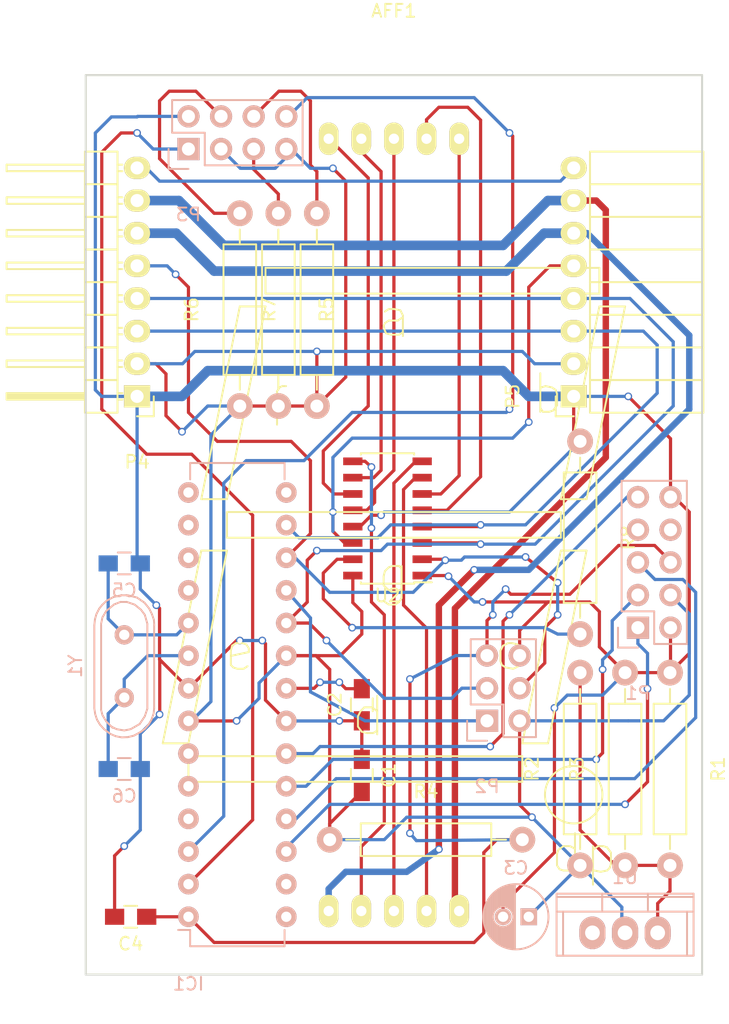
<source format=kicad_pcb>
(kicad_pcb (version 4) (host pcbnew 4.0.2-stable)

  (general
    (links 81)
    (no_connects 0)
    (area 124.424999 69.924999 172.575001 140.075001)
    (thickness 1.6)
    (drawings 4)
    (tracks 449)
    (zones 0)
    (modules 24)
    (nets 47)
  )

  (page A4)
  (layers
    (0 F.Cu signal)
    (31 B.Cu signal)
    (32 B.Adhes user)
    (33 F.Adhes user)
    (34 B.Paste user)
    (35 F.Paste user)
    (36 B.SilkS user)
    (37 F.SilkS user)
    (38 B.Mask user)
    (39 F.Mask user)
    (40 Dwgs.User user)
    (41 Cmts.User user)
    (42 Eco1.User user)
    (43 Eco2.User user)
    (44 Edge.Cuts user)
    (45 Margin user)
    (46 B.CrtYd user)
    (47 F.CrtYd user)
    (48 B.Fab user)
    (49 F.Fab user)
  )

  (setup
    (last_trace_width 0.25)
    (user_trace_width 0.5)
    (user_trace_width 0.75)
    (trace_clearance 0.2)
    (zone_clearance 0.508)
    (zone_45_only no)
    (trace_min 0.2)
    (segment_width 0.2)
    (edge_width 0.15)
    (via_size 0.6)
    (via_drill 0.4)
    (via_min_size 0.4)
    (via_min_drill 0.3)
    (uvia_size 0.3)
    (uvia_drill 0.1)
    (uvias_allowed no)
    (uvia_min_size 0.2)
    (uvia_min_drill 0.1)
    (pcb_text_width 0.3)
    (pcb_text_size 1.5 1.5)
    (mod_edge_width 0.15)
    (mod_text_size 1 1)
    (mod_text_width 0.15)
    (pad_size 1.524 1.524)
    (pad_drill 0.762)
    (pad_to_mask_clearance 0.2)
    (aux_axis_origin 0 0)
    (visible_elements FFFFFF7F)
    (pcbplotparams
      (layerselection 0x00030_80000001)
      (usegerberextensions false)
      (excludeedgelayer true)
      (linewidth 0.100000)
      (plotframeref false)
      (viasonmask false)
      (mode 1)
      (useauxorigin false)
      (hpglpennumber 1)
      (hpglpenspeed 20)
      (hpglpendiameter 15)
      (hpglpenoverlay 2)
      (psnegative false)
      (psa4output false)
      (plotreference true)
      (plotvalue true)
      (plotinvisibletext false)
      (padsonsilk false)
      (subtractmaskfromsilk false)
      (outputformat 1)
      (mirror false)
      (drillshape 1)
      (scaleselection 1)
      (outputdirectory ""))
  )

  (net 0 "")
  (net 1 "Net-(AFF1-Pad1)")
  (net 2 "Net-(AFF1-Pad2)")
  (net 3 "Net-(AFF1-Pad3)")
  (net 4 "Net-(AFF1-Pad4)")
  (net 5 "Net-(AFF1-Pad5)")
  (net 6 "Net-(AFF1-Pad6)")
  (net 7 "Net-(AFF1-Pad7)")
  (net 8 "Net-(AFF1-Pad8)")
  (net 9 "Net-(AFF1-Pad9)")
  (net 10 "Net-(AFF1-Pad10)")
  (net 11 GND)
  (net 12 VCC)
  (net 13 "Net-(C2-Pad2)")
  (net 14 "Net-(C4-Pad1)")
  (net 15 "Net-(C5-Pad1)")
  (net 16 "Net-(C6-Pad1)")
  (net 17 "Net-(IC1-Pad2)")
  (net 18 "Net-(IC1-Pad3)")
  (net 19 "Net-(IC1-Pad4)")
  (net 20 "Net-(IC1-Pad5)")
  (net 21 "Net-(IC1-Pad6)")
  (net 22 "Net-(IC1-Pad11)")
  (net 23 "Net-(IC1-Pad12)")
  (net 24 "Net-(IC1-Pad13)")
  (net 25 "Net-(IC1-Pad14)")
  (net 26 "Net-(IC1-Pad15)")
  (net 27 "Net-(IC1-Pad16)")
  (net 28 "Net-(IC1-Pad17)")
  (net 29 "Net-(IC1-Pad18)")
  (net 30 "Net-(IC1-Pad19)")
  (net 31 "Net-(IC1-Pad23)")
  (net 32 "Net-(IC1-Pad24)")
  (net 33 "Net-(IC1-Pad25)")
  (net 34 "Net-(IC1-Pad26)")
  (net 35 "Net-(IC1-Pad27)")
  (net 36 "Net-(IC1-Pad28)")
  (net 37 "Net-(P1-Pad7)")
  (net 38 "Net-(P1-Pad8)")
  (net 39 "Net-(P3-Pad4)")
  (net 40 "Net-(P3-Pad5)")
  (net 41 "Net-(P3-Pad6)")
  (net 42 "Net-(P4-Pad8)")
  (net 43 "Net-(P5-Pad5)")
  (net 44 "Net-(R1-Pad2)")
  (net 45 "Net-(R8-Pad2)")
  (net 46 +12V)

  (net_class Default "This is the default net class."
    (clearance 0.2)
    (trace_width 0.25)
    (via_dia 0.6)
    (via_drill 0.4)
    (uvia_dia 0.3)
    (uvia_drill 0.1)
    (add_net +12V)
    (add_net GND)
    (add_net "Net-(AFF1-Pad1)")
    (add_net "Net-(AFF1-Pad10)")
    (add_net "Net-(AFF1-Pad2)")
    (add_net "Net-(AFF1-Pad3)")
    (add_net "Net-(AFF1-Pad4)")
    (add_net "Net-(AFF1-Pad5)")
    (add_net "Net-(AFF1-Pad6)")
    (add_net "Net-(AFF1-Pad7)")
    (add_net "Net-(AFF1-Pad8)")
    (add_net "Net-(AFF1-Pad9)")
    (add_net "Net-(C2-Pad2)")
    (add_net "Net-(C4-Pad1)")
    (add_net "Net-(C5-Pad1)")
    (add_net "Net-(C6-Pad1)")
    (add_net "Net-(IC1-Pad11)")
    (add_net "Net-(IC1-Pad12)")
    (add_net "Net-(IC1-Pad13)")
    (add_net "Net-(IC1-Pad14)")
    (add_net "Net-(IC1-Pad15)")
    (add_net "Net-(IC1-Pad16)")
    (add_net "Net-(IC1-Pad17)")
    (add_net "Net-(IC1-Pad18)")
    (add_net "Net-(IC1-Pad19)")
    (add_net "Net-(IC1-Pad2)")
    (add_net "Net-(IC1-Pad23)")
    (add_net "Net-(IC1-Pad24)")
    (add_net "Net-(IC1-Pad25)")
    (add_net "Net-(IC1-Pad26)")
    (add_net "Net-(IC1-Pad27)")
    (add_net "Net-(IC1-Pad28)")
    (add_net "Net-(IC1-Pad3)")
    (add_net "Net-(IC1-Pad4)")
    (add_net "Net-(IC1-Pad5)")
    (add_net "Net-(IC1-Pad6)")
    (add_net "Net-(P1-Pad7)")
    (add_net "Net-(P1-Pad8)")
    (add_net "Net-(P3-Pad4)")
    (add_net "Net-(P3-Pad5)")
    (add_net "Net-(P3-Pad6)")
    (add_net "Net-(P4-Pad8)")
    (add_net "Net-(P5-Pad5)")
    (add_net "Net-(R1-Pad2)")
    (add_net "Net-(R8-Pad2)")
    (add_net VCC)
  )

  (net_class "High Current" ""
    (clearance 0.2)
    (trace_width 0.75)
    (via_dia 0.6)
    (via_drill 0.4)
    (uvia_dia 0.3)
    (uvia_drill 0.1)
  )

  (module redgreen-segment:7SegmentLED_SBA23-11EGWA (layer F.Cu) (tedit 57945279) (tstamp 57946158)
    (at 148.5 105)
    (path /5792372C)
    (fp_text reference AFF1 (at 0 -40) (layer F.SilkS)
      (effects (font (size 1 1) (thickness 0.15)))
    )
    (fp_text value SBA23-11EGWA (at -1 38) (layer F.Fab)
      (effects (font (size 1 1) (thickness 0.15)))
    )
    (fp_line (start 15.5 25.3) (end 15.9 25) (layer F.SilkS) (width 0.15))
    (fp_line (start 15.9 25) (end 16.3 25) (layer F.SilkS) (width 0.15))
    (fp_line (start 16.3 25) (end 16.6 25.1) (layer F.SilkS) (width 0.15))
    (fp_line (start 16.6 25.1) (end 16.9 25.5) (layer F.SilkS) (width 0.15))
    (fp_line (start 16.9 25.5) (end 16.9 26.4) (layer F.SilkS) (width 0.15))
    (fp_line (start 16.9 26.4) (end 16.8 26.7) (layer F.SilkS) (width 0.15))
    (fp_line (start 16.8 26.7) (end 16.6 26.9) (layer F.SilkS) (width 0.15))
    (fp_line (start 16.6 26.9) (end 16.1 27) (layer F.SilkS) (width 0.15))
    (fp_line (start 16.1 27) (end 15.6 26.9) (layer F.SilkS) (width 0.15))
    (fp_line (start 15.5 25) (end 15.5 28) (layer F.SilkS) (width 0.15))
    (fp_line (start 14.1 26.8) (end 13.9 26.9) (layer F.SilkS) (width 0.15))
    (fp_line (start 13.9 26.9) (end 13.2 26.9) (layer F.SilkS) (width 0.15))
    (fp_line (start 13.2 26.9) (end 12.9 26.8) (layer F.SilkS) (width 0.15))
    (fp_line (start 12.9 26.8) (end 12.7 26.5) (layer F.SilkS) (width 0.15))
    (fp_line (start 12.7 26.5) (end 12.7 25.6) (layer F.SilkS) (width 0.15))
    (fp_line (start 12.7 25.6) (end 12.8 25.3) (layer F.SilkS) (width 0.15))
    (fp_line (start 12.8 25.3) (end 13.2 25) (layer F.SilkS) (width 0.15))
    (fp_line (start 13.2 25) (end 13.7 25) (layer F.SilkS) (width 0.15))
    (fp_line (start 13.7 25) (end 14.1 25.2) (layer F.SilkS) (width 0.15))
    (fp_line (start 14.1 24) (end 14.1 27.1) (layer F.SilkS) (width 0.15))
    (fp_line (start 0.6 3.4) (end 0.4 3.2) (layer F.SilkS) (width 0.15))
    (fp_line (start 0.4 3.2) (end -0.1 3.2) (layer F.SilkS) (width 0.15))
    (fp_line (start -0.1 3.2) (end -0.4 3.3) (layer F.SilkS) (width 0.15))
    (fp_line (start -0.4 3.3) (end -0.7 3.6) (layer F.SilkS) (width 0.15))
    (fp_line (start -0.7 3.6) (end -0.8 4) (layer F.SilkS) (width 0.15))
    (fp_line (start -0.8 4) (end -0.8 4.7) (layer F.SilkS) (width 0.15))
    (fp_line (start -0.8 4.7) (end -0.5 5) (layer F.SilkS) (width 0.15))
    (fp_line (start -0.5 5) (end -0.2 5.2) (layer F.SilkS) (width 0.15))
    (fp_line (start -0.2 5.2) (end 0.2 5.2) (layer F.SilkS) (width 0.15))
    (fp_line (start 0.2 5.2) (end 0.6 5) (layer F.SilkS) (width 0.15))
    (fp_line (start -0.7 6) (end -0.4 6.2) (layer F.SilkS) (width 0.15))
    (fp_line (start -0.4 6.2) (end 0.1 6.2) (layer F.SilkS) (width 0.15))
    (fp_line (start 0.1 6.2) (end 0.4 6) (layer F.SilkS) (width 0.15))
    (fp_line (start 0.4 6) (end 0.6 5.7) (layer F.SilkS) (width 0.15))
    (fp_line (start 0.6 5.7) (end 0.6 3.2) (layer F.SilkS) (width 0.15))
    (fp_line (start -9.6 -9.8) (end -8.4 -9.8) (layer F.SilkS) (width 0.15))
    (fp_line (start -8.4 -10.8) (end -8.7 -10.8) (layer F.SilkS) (width 0.15))
    (fp_line (start -8.7 -10.8) (end -8.9 -10.7) (layer F.SilkS) (width 0.15))
    (fp_line (start -8.9 -10.7) (end -9.1 -10.4) (layer F.SilkS) (width 0.15))
    (fp_line (start -9.1 -10.4) (end -9.1 -7.8) (layer F.SilkS) (width 0.15))
    (fp_line (start -11.4 11) (end -11.7 11.2) (layer F.SilkS) (width 0.15))
    (fp_line (start -11.7 11.2) (end -12.2 11.2) (layer F.SilkS) (width 0.15))
    (fp_line (start -12.2 11.2) (end -12.5 11.1) (layer F.SilkS) (width 0.15))
    (fp_line (start -12.5 11.1) (end -12.7 10.9) (layer F.SilkS) (width 0.15))
    (fp_line (start -12.7 10.9) (end -12.7 9.8) (layer F.SilkS) (width 0.15))
    (fp_line (start -12.7 9.8) (end -12.6 9.4) (layer F.SilkS) (width 0.15))
    (fp_line (start -12.6 9.4) (end -12.3 9.2) (layer F.SilkS) (width 0.15))
    (fp_line (start -12.3 9.2) (end -11.8 9.2) (layer F.SilkS) (width 0.15))
    (fp_line (start -11.8 9.2) (end -11.5 9.3) (layer F.SilkS) (width 0.15))
    (fp_line (start -11.5 9.3) (end -11.3 9.6) (layer F.SilkS) (width 0.15))
    (fp_line (start -11.3 9.6) (end -11.3 9.9) (layer F.SilkS) (width 0.15))
    (fp_line (start -11.3 9.9) (end -12.7 10.2) (layer F.SilkS) (width 0.15))
    (fp_line (start -1.3 16) (end -1.6 16.2) (layer F.SilkS) (width 0.15))
    (fp_line (start -1.6 16.2) (end -2.1 16.2) (layer F.SilkS) (width 0.15))
    (fp_line (start -2.1 16.2) (end -2.5 16.1) (layer F.SilkS) (width 0.15))
    (fp_line (start -2.5 16.1) (end -2.8 15.7) (layer F.SilkS) (width 0.15))
    (fp_line (start -2.8 15.7) (end -2.8 14.9) (layer F.SilkS) (width 0.15))
    (fp_line (start -2.8 14.9) (end -2.6 14.5) (layer F.SilkS) (width 0.15))
    (fp_line (start -2.6 14.5) (end -2.3 14.2) (layer F.SilkS) (width 0.15))
    (fp_line (start -2.3 14.2) (end -1.7 14.2) (layer F.SilkS) (width 0.15))
    (fp_line (start -1.7 14.2) (end -1.3 14.5) (layer F.SilkS) (width 0.15))
    (fp_line (start -1.3 13.3) (end -1.3 16.3) (layer F.SilkS) (width 0.15))
    (fp_line (start 9.8 9.4) (end 9.6 9.3) (layer F.SilkS) (width 0.15))
    (fp_line (start 9.6 9.3) (end 9.2 9.2) (layer F.SilkS) (width 0.15))
    (fp_line (start 9.2 9.2) (end 8.9 9.2) (layer F.SilkS) (width 0.15))
    (fp_line (start 8.9 9.2) (end 8.5 9.4) (layer F.SilkS) (width 0.15))
    (fp_line (start 8.5 9.4) (end 8.3 9.8) (layer F.SilkS) (width 0.15))
    (fp_line (start 8.3 9.8) (end 8.3 10.6) (layer F.SilkS) (width 0.15))
    (fp_line (start 8.3 10.6) (end 8.4 10.9) (layer F.SilkS) (width 0.15))
    (fp_line (start 8.4 10.9) (end 8.7 11.1) (layer F.SilkS) (width 0.15))
    (fp_line (start 8.7 11.1) (end 9.3 11.2) (layer F.SilkS) (width 0.15))
    (fp_line (start 9.3 11.2) (end 9.7 11) (layer F.SilkS) (width 0.15))
    (fp_line (start 11.4 -9.1) (end 11.6 -8.8) (layer F.SilkS) (width 0.15))
    (fp_line (start 11.6 -8.8) (end 12.1 -8.8) (layer F.SilkS) (width 0.15))
    (fp_line (start 12.1 -8.8) (end 12.4 -8.9) (layer F.SilkS) (width 0.15))
    (fp_line (start 12.4 -8.9) (end 12.7 -9.3) (layer F.SilkS) (width 0.15))
    (fp_line (start 12.7 -9.3) (end 12.7 -10.2) (layer F.SilkS) (width 0.15))
    (fp_line (start 12.7 -10.2) (end 12.6 -10.5) (layer F.SilkS) (width 0.15))
    (fp_line (start 12.6 -10.5) (end 12.3 -10.7) (layer F.SilkS) (width 0.15))
    (fp_line (start 12.3 -10.7) (end 11.8 -10.8) (layer F.SilkS) (width 0.15))
    (fp_line (start 11.8 -10.8) (end 11.5 -10.7) (layer F.SilkS) (width 0.15))
    (fp_line (start 11.4 -11.8) (end 11.4 -8.8) (layer F.SilkS) (width 0.15))
    (fp_line (start 0.7 -15) (end 0.4 -14.8) (layer F.SilkS) (width 0.15))
    (fp_line (start 0.4 -14.8) (end -0.2 -14.8) (layer F.SilkS) (width 0.15))
    (fp_line (start -0.2 -14.8) (end -0.6 -14.9) (layer F.SilkS) (width 0.15))
    (fp_line (start -0.6 -14.9) (end -0.7 -15.1) (layer F.SilkS) (width 0.15))
    (fp_line (start -0.7 -15.1) (end -0.8 -15.5) (layer F.SilkS) (width 0.15))
    (fp_line (start -0.8 -15.5) (end -0.7 -15.7) (layer F.SilkS) (width 0.15))
    (fp_line (start -0.7 -15.7) (end -0.4 -15.9) (layer F.SilkS) (width 0.15))
    (fp_line (start -0.4 -15.9) (end 0.1 -15.9) (layer F.SilkS) (width 0.15))
    (fp_line (start 0.1 -15.9) (end 0.3 -15.9) (layer F.SilkS) (width 0.15))
    (fp_line (start 0.3 -15.9) (end 0.6 -16.1) (layer F.SilkS) (width 0.15))
    (fp_line (start -0.7 -16.6) (end -0.4 -16.8) (layer F.SilkS) (width 0.15))
    (fp_line (start -0.4 -16.8) (end 0 -16.8) (layer F.SilkS) (width 0.15))
    (fp_line (start 0 -16.8) (end 0.5 -16.7) (layer F.SilkS) (width 0.15))
    (fp_line (start 0.5 -16.7) (end 0.7 -16.3) (layer F.SilkS) (width 0.15))
    (fp_line (start 0.7 -16.3) (end 0.7 -14.7) (layer F.SilkS) (width 0.15))
    (fp_circle (center 14 21) (end 16 22) (layer F.SilkS) (width 0.15))
    (fp_line (start 13 2) (end 10 17) (layer F.SilkS) (width 0.15))
    (fp_line (start 10 17) (end 12 17) (layer F.SilkS) (width 0.15))
    (fp_line (start 12 17) (end 15 2) (layer F.SilkS) (width 0.15))
    (fp_line (start 15 2) (end 13 2) (layer F.SilkS) (width 0.15))
    (fp_line (start 16 -17) (end 13 -2) (layer F.SilkS) (width 0.15))
    (fp_line (start 13 -2) (end 15 -2) (layer F.SilkS) (width 0.15))
    (fp_line (start 15 -2) (end 18 -17) (layer F.SilkS) (width 0.15))
    (fp_line (start 18 -17) (end 16 -17) (layer F.SilkS) (width 0.15))
    (fp_line (start -15 2) (end -18 17) (layer F.SilkS) (width 0.15))
    (fp_line (start -18 17) (end -16 17) (layer F.SilkS) (width 0.15))
    (fp_line (start -16 17) (end -13 2) (layer F.SilkS) (width 0.15))
    (fp_line (start -13 2) (end -15 2) (layer F.SilkS) (width 0.15))
    (fp_line (start -12 -17) (end -15 -2) (layer F.SilkS) (width 0.15))
    (fp_line (start -15 -2) (end -13 -2) (layer F.SilkS) (width 0.15))
    (fp_line (start -13 -2) (end -10 -17) (layer F.SilkS) (width 0.15))
    (fp_line (start -10 -17) (end -12 -17) (layer F.SilkS) (width 0.15))
    (fp_line (start 13 0) (end 13 -1) (layer F.SilkS) (width 0.15))
    (fp_line (start 13 -1) (end -13 -1) (layer F.SilkS) (width 0.15))
    (fp_line (start -13 -1) (end -13 1) (layer F.SilkS) (width 0.15))
    (fp_line (start -13 1) (end 13 1) (layer F.SilkS) (width 0.15))
    (fp_line (start 13 1) (end 13 0) (layer F.SilkS) (width 0.15))
    (fp_line (start 10 20) (end 10 19) (layer F.SilkS) (width 0.15))
    (fp_line (start -16 20) (end 10 20) (layer F.SilkS) (width 0.15))
    (fp_line (start -16 18) (end -16 20) (layer F.SilkS) (width 0.15))
    (fp_line (start 10 18) (end -16 18) (layer F.SilkS) (width 0.15))
    (fp_line (start 10 19) (end 10 18) (layer F.SilkS) (width 0.15))
    (fp_line (start 16 -19) (end 16 -20) (layer F.SilkS) (width 0.15))
    (fp_line (start 16 -20) (end -10 -20) (layer F.SilkS) (width 0.15))
    (fp_line (start -10 -20) (end -10 -18) (layer F.SilkS) (width 0.15))
    (fp_line (start -10 -18) (end 16 -18) (layer F.SilkS) (width 0.15))
    (fp_line (start 16 -18) (end 16 -19) (layer F.SilkS) (width 0.15))
    (fp_line (start -24 -35) (end 24 -35) (layer F.SilkS) (width 0.15))
    (fp_line (start 24 -35) (end 24 35) (layer F.SilkS) (width 0.15))
    (fp_line (start 24 35) (end -24 35) (layer F.SilkS) (width 0.15))
    (fp_line (start -24 35) (end -24 -35) (layer F.SilkS) (width 0.15))
    (pad 1 thru_hole oval (at -5.08 30.05) (size 1.524 2.524) (drill 0.8) (layers *.Cu *.Mask F.SilkS)
      (net 1 "Net-(AFF1-Pad1)"))
    (pad 2 thru_hole oval (at -2.54 30.05) (size 1.524 2.524) (drill 0.8) (layers *.Cu *.Mask F.SilkS)
      (net 2 "Net-(AFF1-Pad2)"))
    (pad 3 thru_hole oval (at 0 30.05) (size 1.524 2.524) (drill 0.8) (layers *.Cu *.Mask F.SilkS)
      (net 3 "Net-(AFF1-Pad3)"))
    (pad 4 thru_hole oval (at 2.54 30.05) (size 1.524 2.524) (drill 0.8) (layers *.Cu *.Mask F.SilkS)
      (net 4 "Net-(AFF1-Pad4)"))
    (pad 5 thru_hole oval (at 5.08 30.05) (size 1.524 2.524) (drill 0.8) (layers *.Cu *.Mask F.SilkS)
      (net 5 "Net-(AFF1-Pad5)"))
    (pad 6 thru_hole oval (at 5.08 -30.05) (size 1.524 2.524) (drill 0.8) (layers *.Cu *.Mask F.SilkS)
      (net 6 "Net-(AFF1-Pad6)"))
    (pad 7 thru_hole oval (at 2.54 -30.05) (size 1.524 2.524) (drill 0.8) (layers *.Cu *.Mask F.SilkS)
      (net 7 "Net-(AFF1-Pad7)"))
    (pad 8 thru_hole oval (at 0 -30.05) (size 1.524 2.524) (drill 0.8) (layers *.Cu *.Mask F.SilkS)
      (net 8 "Net-(AFF1-Pad8)"))
    (pad 9 thru_hole oval (at -2.54 -30.05) (size 1.524 2.524) (drill 0.8) (layers *.Cu *.Mask F.SilkS)
      (net 9 "Net-(AFF1-Pad9)"))
    (pad 10 thru_hole oval (at -5.08 -30.05) (size 1.524 2.524) (drill 0.8) (layers *.Cu *.Mask F.SilkS)
      (net 10 "Net-(AFF1-Pad10)"))
  )

  (module Capacitors_SMD:C_0805_HandSoldering (layer F.Cu) (tedit 541A9B8D) (tstamp 5794615E)
    (at 146 124.5 270)
    (descr "Capacitor SMD 0805, hand soldering")
    (tags "capacitor 0805")
    (path /57936CA5)
    (attr smd)
    (fp_text reference C1 (at 0 -2.1 270) (layer F.SilkS)
      (effects (font (size 1 1) (thickness 0.15)))
    )
    (fp_text value 100n (at 0 2.1 270) (layer F.Fab)
      (effects (font (size 1 1) (thickness 0.15)))
    )
    (fp_line (start -2.3 -1) (end 2.3 -1) (layer F.CrtYd) (width 0.05))
    (fp_line (start -2.3 1) (end 2.3 1) (layer F.CrtYd) (width 0.05))
    (fp_line (start -2.3 -1) (end -2.3 1) (layer F.CrtYd) (width 0.05))
    (fp_line (start 2.3 -1) (end 2.3 1) (layer F.CrtYd) (width 0.05))
    (fp_line (start 0.5 -0.85) (end -0.5 -0.85) (layer F.SilkS) (width 0.15))
    (fp_line (start -0.5 0.85) (end 0.5 0.85) (layer F.SilkS) (width 0.15))
    (pad 1 smd rect (at -1.25 0 270) (size 1.5 1.25) (layers F.Cu F.Paste F.Mask)
      (net 11 GND))
    (pad 2 smd rect (at 1.25 0 270) (size 1.5 1.25) (layers F.Cu F.Paste F.Mask)
      (net 12 VCC))
    (model Capacitors_SMD.3dshapes/C_0805_HandSoldering.wrl
      (at (xyz 0 0 0))
      (scale (xyz 1 1 1))
      (rotate (xyz 0 0 0))
    )
  )

  (module Capacitors_SMD:C_0805_HandSoldering (layer F.Cu) (tedit 541A9B8D) (tstamp 57946164)
    (at 146 119 90)
    (descr "Capacitor SMD 0805, hand soldering")
    (tags "capacitor 0805")
    (path /57936A5D)
    (attr smd)
    (fp_text reference C2 (at 0 -2.1 90) (layer F.SilkS)
      (effects (font (size 1 1) (thickness 0.15)))
    )
    (fp_text value 100n (at 0 2.1 90) (layer F.Fab)
      (effects (font (size 1 1) (thickness 0.15)))
    )
    (fp_line (start -2.3 -1) (end 2.3 -1) (layer F.CrtYd) (width 0.05))
    (fp_line (start -2.3 1) (end 2.3 1) (layer F.CrtYd) (width 0.05))
    (fp_line (start -2.3 -1) (end -2.3 1) (layer F.CrtYd) (width 0.05))
    (fp_line (start 2.3 -1) (end 2.3 1) (layer F.CrtYd) (width 0.05))
    (fp_line (start 0.5 -0.85) (end -0.5 -0.85) (layer F.SilkS) (width 0.15))
    (fp_line (start -0.5 0.85) (end 0.5 0.85) (layer F.SilkS) (width 0.15))
    (pad 1 smd rect (at -1.25 0 90) (size 1.5 1.25) (layers F.Cu F.Paste F.Mask)
      (net 11 GND))
    (pad 2 smd rect (at 1.25 0 90) (size 1.5 1.25) (layers F.Cu F.Paste F.Mask)
      (net 13 "Net-(C2-Pad2)"))
    (model Capacitors_SMD.3dshapes/C_0805_HandSoldering.wrl
      (at (xyz 0 0 0))
      (scale (xyz 1 1 1))
      (rotate (xyz 0 0 0))
    )
  )

  (module Capacitors_ThroughHole:C_Radial_D5_L11_P2 (layer B.Cu) (tedit 0) (tstamp 5794616A)
    (at 159 135.5 180)
    (descr "Radial Electrolytic Capacitor 5mm x Length 11mm, Pitch 2mm")
    (tags "Electrolytic Capacitor")
    (path /579391B8)
    (fp_text reference C3 (at 1 3.8 180) (layer B.SilkS)
      (effects (font (size 1 1) (thickness 0.15)) (justify mirror))
    )
    (fp_text value 47u (at 1 -3.8 180) (layer B.Fab)
      (effects (font (size 1 1) (thickness 0.15)) (justify mirror))
    )
    (fp_line (start 1.075 2.499) (end 1.075 -2.499) (layer B.SilkS) (width 0.15))
    (fp_line (start 1.215 2.491) (end 1.215 0.154) (layer B.SilkS) (width 0.15))
    (fp_line (start 1.215 -0.154) (end 1.215 -2.491) (layer B.SilkS) (width 0.15))
    (fp_line (start 1.355 2.475) (end 1.355 0.473) (layer B.SilkS) (width 0.15))
    (fp_line (start 1.355 -0.473) (end 1.355 -2.475) (layer B.SilkS) (width 0.15))
    (fp_line (start 1.495 2.451) (end 1.495 0.62) (layer B.SilkS) (width 0.15))
    (fp_line (start 1.495 -0.62) (end 1.495 -2.451) (layer B.SilkS) (width 0.15))
    (fp_line (start 1.635 2.418) (end 1.635 0.712) (layer B.SilkS) (width 0.15))
    (fp_line (start 1.635 -0.712) (end 1.635 -2.418) (layer B.SilkS) (width 0.15))
    (fp_line (start 1.775 2.377) (end 1.775 0.768) (layer B.SilkS) (width 0.15))
    (fp_line (start 1.775 -0.768) (end 1.775 -2.377) (layer B.SilkS) (width 0.15))
    (fp_line (start 1.915 2.327) (end 1.915 0.795) (layer B.SilkS) (width 0.15))
    (fp_line (start 1.915 -0.795) (end 1.915 -2.327) (layer B.SilkS) (width 0.15))
    (fp_line (start 2.055 2.266) (end 2.055 0.798) (layer B.SilkS) (width 0.15))
    (fp_line (start 2.055 -0.798) (end 2.055 -2.266) (layer B.SilkS) (width 0.15))
    (fp_line (start 2.195 2.196) (end 2.195 0.776) (layer B.SilkS) (width 0.15))
    (fp_line (start 2.195 -0.776) (end 2.195 -2.196) (layer B.SilkS) (width 0.15))
    (fp_line (start 2.335 2.114) (end 2.335 0.726) (layer B.SilkS) (width 0.15))
    (fp_line (start 2.335 -0.726) (end 2.335 -2.114) (layer B.SilkS) (width 0.15))
    (fp_line (start 2.475 2.019) (end 2.475 0.644) (layer B.SilkS) (width 0.15))
    (fp_line (start 2.475 -0.644) (end 2.475 -2.019) (layer B.SilkS) (width 0.15))
    (fp_line (start 2.615 1.908) (end 2.615 0.512) (layer B.SilkS) (width 0.15))
    (fp_line (start 2.615 -0.512) (end 2.615 -1.908) (layer B.SilkS) (width 0.15))
    (fp_line (start 2.755 1.78) (end 2.755 0.265) (layer B.SilkS) (width 0.15))
    (fp_line (start 2.755 -0.265) (end 2.755 -1.78) (layer B.SilkS) (width 0.15))
    (fp_line (start 2.895 1.631) (end 2.895 -1.631) (layer B.SilkS) (width 0.15))
    (fp_line (start 3.035 1.452) (end 3.035 -1.452) (layer B.SilkS) (width 0.15))
    (fp_line (start 3.175 1.233) (end 3.175 -1.233) (layer B.SilkS) (width 0.15))
    (fp_line (start 3.315 0.944) (end 3.315 -0.944) (layer B.SilkS) (width 0.15))
    (fp_line (start 3.455 0.472) (end 3.455 -0.472) (layer B.SilkS) (width 0.15))
    (fp_circle (center 2 0) (end 2 0.8) (layer B.SilkS) (width 0.15))
    (fp_circle (center 1 0) (end 1 2.5375) (layer B.SilkS) (width 0.15))
    (fp_circle (center 1 0) (end 1 2.8) (layer B.CrtYd) (width 0.05))
    (pad 1 thru_hole rect (at 0 0 180) (size 1.3 1.3) (drill 0.8) (layers *.Cu *.Mask B.SilkS)
      (net 12 VCC))
    (pad 2 thru_hole circle (at 2 0 180) (size 1.3 1.3) (drill 0.8) (layers *.Cu *.Mask B.SilkS)
      (net 11 GND))
    (model Capacitors_ThroughHole.3dshapes/C_Radial_D5_L11_P2.wrl
      (at (xyz 0 0 0))
      (scale (xyz 1 1 1))
      (rotate (xyz 0 0 0))
    )
  )

  (module Capacitors_SMD:C_0805_HandSoldering (layer F.Cu) (tedit 541A9B8D) (tstamp 57946170)
    (at 128 135.5 180)
    (descr "Capacitor SMD 0805, hand soldering")
    (tags "capacitor 0805")
    (path /57937892)
    (attr smd)
    (fp_text reference C4 (at 0 -2.1 180) (layer F.SilkS)
      (effects (font (size 1 1) (thickness 0.15)))
    )
    (fp_text value 100n (at 0 2.1 180) (layer F.Fab)
      (effects (font (size 1 1) (thickness 0.15)))
    )
    (fp_line (start -2.3 -1) (end 2.3 -1) (layer F.CrtYd) (width 0.05))
    (fp_line (start -2.3 1) (end 2.3 1) (layer F.CrtYd) (width 0.05))
    (fp_line (start -2.3 -1) (end -2.3 1) (layer F.CrtYd) (width 0.05))
    (fp_line (start 2.3 -1) (end 2.3 1) (layer F.CrtYd) (width 0.05))
    (fp_line (start 0.5 -0.85) (end -0.5 -0.85) (layer F.SilkS) (width 0.15))
    (fp_line (start -0.5 0.85) (end 0.5 0.85) (layer F.SilkS) (width 0.15))
    (pad 1 smd rect (at -1.25 0 180) (size 1.5 1.25) (layers F.Cu F.Paste F.Mask)
      (net 14 "Net-(C4-Pad1)"))
    (pad 2 smd rect (at 1.25 0 180) (size 1.5 1.25) (layers F.Cu F.Paste F.Mask)
      (net 11 GND))
    (model Capacitors_SMD.3dshapes/C_0805_HandSoldering.wrl
      (at (xyz 0 0 0))
      (scale (xyz 1 1 1))
      (rotate (xyz 0 0 0))
    )
  )

  (module Capacitors_SMD:C_0805_HandSoldering (layer B.Cu) (tedit 541A9B8D) (tstamp 57946176)
    (at 127.5 108)
    (descr "Capacitor SMD 0805, hand soldering")
    (tags "capacitor 0805")
    (path /579250BE)
    (attr smd)
    (fp_text reference C5 (at 0 2.1) (layer B.SilkS)
      (effects (font (size 1 1) (thickness 0.15)) (justify mirror))
    )
    (fp_text value 22p (at 0 -2.1) (layer B.Fab)
      (effects (font (size 1 1) (thickness 0.15)) (justify mirror))
    )
    (fp_line (start -2.3 1) (end 2.3 1) (layer B.CrtYd) (width 0.05))
    (fp_line (start -2.3 -1) (end 2.3 -1) (layer B.CrtYd) (width 0.05))
    (fp_line (start -2.3 1) (end -2.3 -1) (layer B.CrtYd) (width 0.05))
    (fp_line (start 2.3 1) (end 2.3 -1) (layer B.CrtYd) (width 0.05))
    (fp_line (start 0.5 0.85) (end -0.5 0.85) (layer B.SilkS) (width 0.15))
    (fp_line (start -0.5 -0.85) (end 0.5 -0.85) (layer B.SilkS) (width 0.15))
    (pad 1 smd rect (at -1.25 0) (size 1.5 1.25) (layers B.Cu B.Paste B.Mask)
      (net 15 "Net-(C5-Pad1)"))
    (pad 2 smd rect (at 1.25 0) (size 1.5 1.25) (layers B.Cu B.Paste B.Mask)
      (net 11 GND))
    (model Capacitors_SMD.3dshapes/C_0805_HandSoldering.wrl
      (at (xyz 0 0 0))
      (scale (xyz 1 1 1))
      (rotate (xyz 0 0 0))
    )
  )

  (module Capacitors_SMD:C_0805_HandSoldering (layer B.Cu) (tedit 541A9B8D) (tstamp 5794617C)
    (at 127.5 124)
    (descr "Capacitor SMD 0805, hand soldering")
    (tags "capacitor 0805")
    (path /57925152)
    (attr smd)
    (fp_text reference C6 (at 0 2.1) (layer B.SilkS)
      (effects (font (size 1 1) (thickness 0.15)) (justify mirror))
    )
    (fp_text value 22p (at 0 -2.1) (layer B.Fab)
      (effects (font (size 1 1) (thickness 0.15)) (justify mirror))
    )
    (fp_line (start -2.3 1) (end 2.3 1) (layer B.CrtYd) (width 0.05))
    (fp_line (start -2.3 -1) (end 2.3 -1) (layer B.CrtYd) (width 0.05))
    (fp_line (start -2.3 1) (end -2.3 -1) (layer B.CrtYd) (width 0.05))
    (fp_line (start 2.3 1) (end 2.3 -1) (layer B.CrtYd) (width 0.05))
    (fp_line (start 0.5 0.85) (end -0.5 0.85) (layer B.SilkS) (width 0.15))
    (fp_line (start -0.5 -0.85) (end 0.5 -0.85) (layer B.SilkS) (width 0.15))
    (pad 1 smd rect (at -1.25 0) (size 1.5 1.25) (layers B.Cu B.Paste B.Mask)
      (net 16 "Net-(C6-Pad1)"))
    (pad 2 smd rect (at 1.25 0) (size 1.5 1.25) (layers B.Cu B.Paste B.Mask)
      (net 11 GND))
    (model Capacitors_SMD.3dshapes/C_0805_HandSoldering.wrl
      (at (xyz 0 0 0))
      (scale (xyz 1 1 1))
      (rotate (xyz 0 0 0))
    )
  )

  (module Housings_DIP:DIP-28_W7.62mm (layer B.Cu) (tedit 54130A77) (tstamp 5794619C)
    (at 132.5 135.5)
    (descr "28-lead dip package, row spacing 7.62 mm (300 mils)")
    (tags "dil dip 2.54 300")
    (path /57921CF5)
    (fp_text reference IC1 (at 0 5.22) (layer B.SilkS)
      (effects (font (size 1 1) (thickness 0.15)) (justify mirror))
    )
    (fp_text value ATMEGA328-P (at 0 3.72) (layer B.Fab)
      (effects (font (size 1 1) (thickness 0.15)) (justify mirror))
    )
    (fp_line (start -1.05 2.45) (end -1.05 -35.5) (layer B.CrtYd) (width 0.05))
    (fp_line (start 8.65 2.45) (end 8.65 -35.5) (layer B.CrtYd) (width 0.05))
    (fp_line (start -1.05 2.45) (end 8.65 2.45) (layer B.CrtYd) (width 0.05))
    (fp_line (start -1.05 -35.5) (end 8.65 -35.5) (layer B.CrtYd) (width 0.05))
    (fp_line (start 0.135 2.295) (end 0.135 1.025) (layer B.SilkS) (width 0.15))
    (fp_line (start 7.485 2.295) (end 7.485 1.025) (layer B.SilkS) (width 0.15))
    (fp_line (start 7.485 -35.315) (end 7.485 -34.045) (layer B.SilkS) (width 0.15))
    (fp_line (start 0.135 -35.315) (end 0.135 -34.045) (layer B.SilkS) (width 0.15))
    (fp_line (start 0.135 2.295) (end 7.485 2.295) (layer B.SilkS) (width 0.15))
    (fp_line (start 0.135 -35.315) (end 7.485 -35.315) (layer B.SilkS) (width 0.15))
    (fp_line (start 0.135 1.025) (end -0.8 1.025) (layer B.SilkS) (width 0.15))
    (pad 1 thru_hole oval (at 0 0) (size 1.6 1.6) (drill 0.8) (layers *.Cu *.Mask B.SilkS)
      (net 14 "Net-(C4-Pad1)"))
    (pad 2 thru_hole oval (at 0 -2.54) (size 1.6 1.6) (drill 0.8) (layers *.Cu *.Mask B.SilkS)
      (net 17 "Net-(IC1-Pad2)"))
    (pad 3 thru_hole oval (at 0 -5.08) (size 1.6 1.6) (drill 0.8) (layers *.Cu *.Mask B.SilkS)
      (net 18 "Net-(IC1-Pad3)"))
    (pad 4 thru_hole oval (at 0 -7.62) (size 1.6 1.6) (drill 0.8) (layers *.Cu *.Mask B.SilkS)
      (net 19 "Net-(IC1-Pad4)"))
    (pad 5 thru_hole oval (at 0 -10.16) (size 1.6 1.6) (drill 0.8) (layers *.Cu *.Mask B.SilkS)
      (net 20 "Net-(IC1-Pad5)"))
    (pad 6 thru_hole oval (at 0 -12.7) (size 1.6 1.6) (drill 0.8) (layers *.Cu *.Mask B.SilkS)
      (net 21 "Net-(IC1-Pad6)"))
    (pad 7 thru_hole oval (at 0 -15.24) (size 1.6 1.6) (drill 0.8) (layers *.Cu *.Mask B.SilkS)
      (net 12 VCC))
    (pad 8 thru_hole oval (at 0 -17.78) (size 1.6 1.6) (drill 0.8) (layers *.Cu *.Mask B.SilkS)
      (net 11 GND))
    (pad 9 thru_hole oval (at 0 -20.32) (size 1.6 1.6) (drill 0.8) (layers *.Cu *.Mask B.SilkS)
      (net 16 "Net-(C6-Pad1)"))
    (pad 10 thru_hole oval (at 0 -22.86) (size 1.6 1.6) (drill 0.8) (layers *.Cu *.Mask B.SilkS)
      (net 15 "Net-(C5-Pad1)"))
    (pad 11 thru_hole oval (at 0 -25.4) (size 1.6 1.6) (drill 0.8) (layers *.Cu *.Mask B.SilkS)
      (net 22 "Net-(IC1-Pad11)"))
    (pad 12 thru_hole oval (at 0 -27.94) (size 1.6 1.6) (drill 0.8) (layers *.Cu *.Mask B.SilkS)
      (net 23 "Net-(IC1-Pad12)"))
    (pad 13 thru_hole oval (at 0 -30.48) (size 1.6 1.6) (drill 0.8) (layers *.Cu *.Mask B.SilkS)
      (net 24 "Net-(IC1-Pad13)"))
    (pad 14 thru_hole oval (at 0 -33.02) (size 1.6 1.6) (drill 0.8) (layers *.Cu *.Mask B.SilkS)
      (net 25 "Net-(IC1-Pad14)"))
    (pad 15 thru_hole oval (at 7.62 -33.02) (size 1.6 1.6) (drill 0.8) (layers *.Cu *.Mask B.SilkS)
      (net 26 "Net-(IC1-Pad15)"))
    (pad 16 thru_hole oval (at 7.62 -30.48) (size 1.6 1.6) (drill 0.8) (layers *.Cu *.Mask B.SilkS)
      (net 27 "Net-(IC1-Pad16)"))
    (pad 17 thru_hole oval (at 7.62 -27.94) (size 1.6 1.6) (drill 0.8) (layers *.Cu *.Mask B.SilkS)
      (net 28 "Net-(IC1-Pad17)"))
    (pad 18 thru_hole oval (at 7.62 -25.4) (size 1.6 1.6) (drill 0.8) (layers *.Cu *.Mask B.SilkS)
      (net 29 "Net-(IC1-Pad18)"))
    (pad 19 thru_hole oval (at 7.62 -22.86) (size 1.6 1.6) (drill 0.8) (layers *.Cu *.Mask B.SilkS)
      (net 30 "Net-(IC1-Pad19)"))
    (pad 20 thru_hole oval (at 7.62 -20.32) (size 1.6 1.6) (drill 0.8) (layers *.Cu *.Mask B.SilkS)
      (net 12 VCC))
    (pad 21 thru_hole oval (at 7.62 -17.78) (size 1.6 1.6) (drill 0.8) (layers *.Cu *.Mask B.SilkS)
      (net 13 "Net-(C2-Pad2)"))
    (pad 22 thru_hole oval (at 7.62 -15.24) (size 1.6 1.6) (drill 0.8) (layers *.Cu *.Mask B.SilkS)
      (net 11 GND))
    (pad 23 thru_hole oval (at 7.62 -12.7) (size 1.6 1.6) (drill 0.8) (layers *.Cu *.Mask B.SilkS)
      (net 31 "Net-(IC1-Pad23)"))
    (pad 24 thru_hole oval (at 7.62 -10.16) (size 1.6 1.6) (drill 0.8) (layers *.Cu *.Mask B.SilkS)
      (net 32 "Net-(IC1-Pad24)"))
    (pad 25 thru_hole oval (at 7.62 -7.62) (size 1.6 1.6) (drill 0.8) (layers *.Cu *.Mask B.SilkS)
      (net 33 "Net-(IC1-Pad25)"))
    (pad 26 thru_hole oval (at 7.62 -5.08) (size 1.6 1.6) (drill 0.8) (layers *.Cu *.Mask B.SilkS)
      (net 34 "Net-(IC1-Pad26)"))
    (pad 27 thru_hole oval (at 7.62 -2.54) (size 1.6 1.6) (drill 0.8) (layers *.Cu *.Mask B.SilkS)
      (net 35 "Net-(IC1-Pad27)"))
    (pad 28 thru_hole oval (at 7.62 0) (size 1.6 1.6) (drill 0.8) (layers *.Cu *.Mask B.SilkS)
      (net 36 "Net-(IC1-Pad28)"))
    (model Housings_DIP.3dshapes/DIP-28_W7.62mm.wrl
      (at (xyz 0 0 0))
      (scale (xyz 1 1 1))
      (rotate (xyz 0 0 0))
    )
  )

  (module Pin_Headers:Pin_Header_Straight_2x05 (layer B.Cu) (tedit 0) (tstamp 579461AA)
    (at 167.5 113)
    (descr "Through hole pin header")
    (tags "pin header")
    (path /5793A03A)
    (fp_text reference P1 (at 0 5.1) (layer B.SilkS)
      (effects (font (size 1 1) (thickness 0.15)) (justify mirror))
    )
    (fp_text value JTAG (at 0 3.1) (layer B.Fab)
      (effects (font (size 1 1) (thickness 0.15)) (justify mirror))
    )
    (fp_line (start -1.75 1.75) (end -1.75 -11.95) (layer B.CrtYd) (width 0.05))
    (fp_line (start 4.3 1.75) (end 4.3 -11.95) (layer B.CrtYd) (width 0.05))
    (fp_line (start -1.75 1.75) (end 4.3 1.75) (layer B.CrtYd) (width 0.05))
    (fp_line (start -1.75 -11.95) (end 4.3 -11.95) (layer B.CrtYd) (width 0.05))
    (fp_line (start 3.81 1.27) (end 3.81 -11.43) (layer B.SilkS) (width 0.15))
    (fp_line (start 3.81 -11.43) (end -1.27 -11.43) (layer B.SilkS) (width 0.15))
    (fp_line (start -1.27 -11.43) (end -1.27 -1.27) (layer B.SilkS) (width 0.15))
    (fp_line (start 3.81 1.27) (end 1.27 1.27) (layer B.SilkS) (width 0.15))
    (fp_line (start 0 1.55) (end -1.55 1.55) (layer B.SilkS) (width 0.15))
    (fp_line (start 1.27 1.27) (end 1.27 -1.27) (layer B.SilkS) (width 0.15))
    (fp_line (start 1.27 -1.27) (end -1.27 -1.27) (layer B.SilkS) (width 0.15))
    (fp_line (start -1.55 1.55) (end -1.55 0) (layer B.SilkS) (width 0.15))
    (pad 1 thru_hole rect (at 0 0) (size 1.7272 1.7272) (drill 1.016) (layers *.Cu *.Mask B.SilkS)
      (net 34 "Net-(IC1-Pad26)"))
    (pad 2 thru_hole oval (at 2.54 0) (size 1.7272 1.7272) (drill 1.016) (layers *.Cu *.Mask B.SilkS)
      (net 11 GND))
    (pad 3 thru_hole oval (at 0 -2.54) (size 1.7272 1.7272) (drill 1.016) (layers *.Cu *.Mask B.SilkS)
      (net 32 "Net-(IC1-Pad24)"))
    (pad 4 thru_hole oval (at 2.54 -2.54) (size 1.7272 1.7272) (drill 1.016) (layers *.Cu *.Mask B.SilkS)
      (net 12 VCC))
    (pad 5 thru_hole oval (at 0 -5.08) (size 1.7272 1.7272) (drill 1.016) (layers *.Cu *.Mask B.SilkS)
      (net 33 "Net-(IC1-Pad25)"))
    (pad 6 thru_hole oval (at 2.54 -5.08) (size 1.7272 1.7272) (drill 1.016) (layers *.Cu *.Mask B.SilkS)
      (net 14 "Net-(C4-Pad1)"))
    (pad 7 thru_hole oval (at 0 -7.62) (size 1.7272 1.7272) (drill 1.016) (layers *.Cu *.Mask B.SilkS)
      (net 37 "Net-(P1-Pad7)"))
    (pad 8 thru_hole oval (at 2.54 -7.62) (size 1.7272 1.7272) (drill 1.016) (layers *.Cu *.Mask B.SilkS)
      (net 38 "Net-(P1-Pad8)"))
    (pad 9 thru_hole oval (at 0 -10.16) (size 1.7272 1.7272) (drill 1.016) (layers *.Cu *.Mask B.SilkS)
      (net 31 "Net-(IC1-Pad23)"))
    (pad 10 thru_hole oval (at 2.54 -10.16) (size 1.7272 1.7272) (drill 1.016) (layers *.Cu *.Mask B.SilkS)
      (net 11 GND))
    (model Pin_Headers.3dshapes/Pin_Header_Straight_2x05.wrl
      (at (xyz 0.05 -0.2 0))
      (scale (xyz 1 1 1))
      (rotate (xyz 0 0 90))
    )
  )

  (module Pin_Headers:Pin_Header_Straight_2x03 (layer B.Cu) (tedit 54EA0A4B) (tstamp 579461B4)
    (at 155.75 120.25)
    (descr "Through hole pin header")
    (tags "pin header")
    (path /57936E02)
    (fp_text reference P2 (at 0 5.1) (layer B.SilkS)
      (effects (font (size 1 1) (thickness 0.15)) (justify mirror))
    )
    (fp_text value ICSP (at 0 3.1) (layer B.Fab)
      (effects (font (size 1 1) (thickness 0.15)) (justify mirror))
    )
    (fp_line (start -1.27 -1.27) (end -1.27 -6.35) (layer B.SilkS) (width 0.15))
    (fp_line (start -1.55 1.55) (end 0 1.55) (layer B.SilkS) (width 0.15))
    (fp_line (start -1.75 1.75) (end -1.75 -6.85) (layer B.CrtYd) (width 0.05))
    (fp_line (start 4.3 1.75) (end 4.3 -6.85) (layer B.CrtYd) (width 0.05))
    (fp_line (start -1.75 1.75) (end 4.3 1.75) (layer B.CrtYd) (width 0.05))
    (fp_line (start -1.75 -6.85) (end 4.3 -6.85) (layer B.CrtYd) (width 0.05))
    (fp_line (start 1.27 1.27) (end 1.27 -1.27) (layer B.SilkS) (width 0.15))
    (fp_line (start 1.27 -1.27) (end -1.27 -1.27) (layer B.SilkS) (width 0.15))
    (fp_line (start -1.27 -6.35) (end 3.81 -6.35) (layer B.SilkS) (width 0.15))
    (fp_line (start 3.81 -6.35) (end 3.81 -1.27) (layer B.SilkS) (width 0.15))
    (fp_line (start -1.55 1.55) (end -1.55 0) (layer B.SilkS) (width 0.15))
    (fp_line (start 3.81 1.27) (end 1.27 1.27) (layer B.SilkS) (width 0.15))
    (fp_line (start 3.81 -1.27) (end 3.81 1.27) (layer B.SilkS) (width 0.15))
    (pad 1 thru_hole rect (at 0 0) (size 1.7272 1.7272) (drill 1.016) (layers *.Cu *.Mask B.SilkS)
      (net 29 "Net-(IC1-Pad18)"))
    (pad 2 thru_hole oval (at 2.54 0) (size 1.7272 1.7272) (drill 1.016) (layers *.Cu *.Mask B.SilkS)
      (net 12 VCC))
    (pad 3 thru_hole oval (at 0 -2.54) (size 1.7272 1.7272) (drill 1.016) (layers *.Cu *.Mask B.SilkS)
      (net 30 "Net-(IC1-Pad19)"))
    (pad 4 thru_hole oval (at 2.54 -2.54) (size 1.7272 1.7272) (drill 1.016) (layers *.Cu *.Mask B.SilkS)
      (net 28 "Net-(IC1-Pad17)"))
    (pad 5 thru_hole oval (at 0 -5.08) (size 1.7272 1.7272) (drill 1.016) (layers *.Cu *.Mask B.SilkS)
      (net 14 "Net-(C4-Pad1)"))
    (pad 6 thru_hole oval (at 2.54 -5.08) (size 1.7272 1.7272) (drill 1.016) (layers *.Cu *.Mask B.SilkS)
      (net 11 GND))
    (model Pin_Headers.3dshapes/Pin_Header_Straight_2x03.wrl
      (at (xyz 0.05 -0.1 0))
      (scale (xyz 1 1 1))
      (rotate (xyz 0 0 90))
    )
  )

  (module Socket_Strips:Socket_Strip_Straight_2x04 (layer B.Cu) (tedit 0) (tstamp 579461C0)
    (at 132.5 75.75)
    (descr "Through hole socket strip")
    (tags "socket strip")
    (path /5792477B)
    (fp_text reference P3 (at 0 5.1) (layer B.SilkS)
      (effects (font (size 1 1) (thickness 0.15)) (justify mirror))
    )
    (fp_text value ESP8266 (at 0 3.1) (layer B.Fab)
      (effects (font (size 1 1) (thickness 0.15)) (justify mirror))
    )
    (fp_line (start -1.75 1.75) (end -1.75 -4.3) (layer B.CrtYd) (width 0.05))
    (fp_line (start 9.4 1.75) (end 9.4 -4.3) (layer B.CrtYd) (width 0.05))
    (fp_line (start -1.75 1.75) (end 9.4 1.75) (layer B.CrtYd) (width 0.05))
    (fp_line (start -1.75 -4.3) (end 9.4 -4.3) (layer B.CrtYd) (width 0.05))
    (fp_line (start 1.27 1.27) (end 8.89 1.27) (layer B.SilkS) (width 0.15))
    (fp_line (start 8.89 1.27) (end 8.89 -3.81) (layer B.SilkS) (width 0.15))
    (fp_line (start 8.89 -3.81) (end -1.27 -3.81) (layer B.SilkS) (width 0.15))
    (fp_line (start -1.27 -3.81) (end -1.27 -1.27) (layer B.SilkS) (width 0.15))
    (fp_line (start 0 1.55) (end -1.55 1.55) (layer B.SilkS) (width 0.15))
    (fp_line (start -1.27 -1.27) (end 1.27 -1.27) (layer B.SilkS) (width 0.15))
    (fp_line (start 1.27 -1.27) (end 1.27 1.27) (layer B.SilkS) (width 0.15))
    (fp_line (start -1.55 1.55) (end -1.55 0) (layer B.SilkS) (width 0.15))
    (pad 1 thru_hole rect (at 0 0) (size 1.7272 1.7272) (drill 1.016) (layers *.Cu *.Mask B.SilkS)
      (net 17 "Net-(IC1-Pad2)"))
    (pad 2 thru_hole oval (at 0 -2.54) (size 1.7272 1.7272) (drill 1.016) (layers *.Cu *.Mask B.SilkS)
      (net 11 GND))
    (pad 3 thru_hole oval (at 2.54 0) (size 1.7272 1.7272) (drill 1.016) (layers *.Cu *.Mask B.SilkS)
      (net 12 VCC))
    (pad 4 thru_hole oval (at 2.54 -2.54) (size 1.7272 1.7272) (drill 1.016) (layers *.Cu *.Mask B.SilkS)
      (net 39 "Net-(P3-Pad4)"))
    (pad 5 thru_hole oval (at 5.08 0) (size 1.7272 1.7272) (drill 1.016) (layers *.Cu *.Mask B.SilkS)
      (net 40 "Net-(P3-Pad5)"))
    (pad 6 thru_hole oval (at 5.08 -2.54) (size 1.7272 1.7272) (drill 1.016) (layers *.Cu *.Mask B.SilkS)
      (net 41 "Net-(P3-Pad6)"))
    (pad 7 thru_hole oval (at 7.62 0) (size 1.7272 1.7272) (drill 1.016) (layers *.Cu *.Mask B.SilkS)
      (net 12 VCC))
    (pad 8 thru_hole oval (at 7.62 -2.54) (size 1.7272 1.7272) (drill 1.016) (layers *.Cu *.Mask B.SilkS)
      (net 18 "Net-(IC1-Pad3)"))
    (model Socket_Strips.3dshapes/Socket_Strip_Straight_2x04.wrl
      (at (xyz 0.15 -0.05 0))
      (scale (xyz 1 1 1))
      (rotate (xyz 0 0 180))
    )
  )

  (module Pin_Headers:Pin_Header_Angled_1x08 placed (layer F.Cu) (tedit 0) (tstamp 579461CC)
    (at 128.5 95 180)
    (descr "Through hole pin header")
    (tags "pin header")
    (path /57924055)
    (fp_text reference P4 (at 0 -5.1 180) (layer F.SilkS)
      (effects (font (size 1 1) (thickness 0.15)))
    )
    (fp_text value IN (at 0 -3.1 180) (layer F.Fab)
      (effects (font (size 1 1) (thickness 0.15)))
    )
    (fp_line (start -1.5 -1.75) (end -1.5 19.55) (layer F.CrtYd) (width 0.05))
    (fp_line (start 10.65 -1.75) (end 10.65 19.55) (layer F.CrtYd) (width 0.05))
    (fp_line (start -1.5 -1.75) (end 10.65 -1.75) (layer F.CrtYd) (width 0.05))
    (fp_line (start -1.5 19.55) (end 10.65 19.55) (layer F.CrtYd) (width 0.05))
    (fp_line (start -1.3 -1.55) (end -1.3 0) (layer F.SilkS) (width 0.15))
    (fp_line (start 0 -1.55) (end -1.3 -1.55) (layer F.SilkS) (width 0.15))
    (fp_line (start 4.191 -0.127) (end 10.033 -0.127) (layer F.SilkS) (width 0.15))
    (fp_line (start 10.033 -0.127) (end 10.033 0.127) (layer F.SilkS) (width 0.15))
    (fp_line (start 10.033 0.127) (end 4.191 0.127) (layer F.SilkS) (width 0.15))
    (fp_line (start 4.191 0.127) (end 4.191 0) (layer F.SilkS) (width 0.15))
    (fp_line (start 4.191 0) (end 10.033 0) (layer F.SilkS) (width 0.15))
    (fp_line (start 1.524 17.526) (end 1.143 17.526) (layer F.SilkS) (width 0.15))
    (fp_line (start 1.524 18.034) (end 1.143 18.034) (layer F.SilkS) (width 0.15))
    (fp_line (start 1.524 -0.254) (end 1.143 -0.254) (layer F.SilkS) (width 0.15))
    (fp_line (start 1.524 0.254) (end 1.143 0.254) (layer F.SilkS) (width 0.15))
    (fp_line (start 1.524 2.286) (end 1.143 2.286) (layer F.SilkS) (width 0.15))
    (fp_line (start 1.524 2.794) (end 1.143 2.794) (layer F.SilkS) (width 0.15))
    (fp_line (start 1.524 4.826) (end 1.143 4.826) (layer F.SilkS) (width 0.15))
    (fp_line (start 1.524 5.334) (end 1.143 5.334) (layer F.SilkS) (width 0.15))
    (fp_line (start 1.524 15.494) (end 1.143 15.494) (layer F.SilkS) (width 0.15))
    (fp_line (start 1.524 14.986) (end 1.143 14.986) (layer F.SilkS) (width 0.15))
    (fp_line (start 1.524 12.954) (end 1.143 12.954) (layer F.SilkS) (width 0.15))
    (fp_line (start 1.524 12.446) (end 1.143 12.446) (layer F.SilkS) (width 0.15))
    (fp_line (start 1.524 10.414) (end 1.143 10.414) (layer F.SilkS) (width 0.15))
    (fp_line (start 1.524 9.906) (end 1.143 9.906) (layer F.SilkS) (width 0.15))
    (fp_line (start 1.524 7.874) (end 1.143 7.874) (layer F.SilkS) (width 0.15))
    (fp_line (start 1.524 7.366) (end 1.143 7.366) (layer F.SilkS) (width 0.15))
    (fp_line (start 1.524 13.97) (end 4.064 13.97) (layer F.SilkS) (width 0.15))
    (fp_line (start 1.524 13.97) (end 1.524 16.51) (layer F.SilkS) (width 0.15))
    (fp_line (start 1.524 16.51) (end 4.064 16.51) (layer F.SilkS) (width 0.15))
    (fp_line (start 4.064 14.986) (end 10.16 14.986) (layer F.SilkS) (width 0.15))
    (fp_line (start 10.16 14.986) (end 10.16 15.494) (layer F.SilkS) (width 0.15))
    (fp_line (start 10.16 15.494) (end 4.064 15.494) (layer F.SilkS) (width 0.15))
    (fp_line (start 4.064 16.51) (end 4.064 13.97) (layer F.SilkS) (width 0.15))
    (fp_line (start 4.064 19.05) (end 4.064 16.51) (layer F.SilkS) (width 0.15))
    (fp_line (start 10.16 18.034) (end 4.064 18.034) (layer F.SilkS) (width 0.15))
    (fp_line (start 10.16 17.526) (end 10.16 18.034) (layer F.SilkS) (width 0.15))
    (fp_line (start 4.064 17.526) (end 10.16 17.526) (layer F.SilkS) (width 0.15))
    (fp_line (start 1.524 16.51) (end 1.524 19.05) (layer F.SilkS) (width 0.15))
    (fp_line (start 1.524 16.51) (end 4.064 16.51) (layer F.SilkS) (width 0.15))
    (fp_line (start 1.524 19.05) (end 4.064 19.05) (layer F.SilkS) (width 0.15))
    (fp_line (start 1.524 -1.27) (end 4.064 -1.27) (layer F.SilkS) (width 0.15))
    (fp_line (start 1.524 1.27) (end 4.064 1.27) (layer F.SilkS) (width 0.15))
    (fp_line (start 1.524 1.27) (end 1.524 3.81) (layer F.SilkS) (width 0.15))
    (fp_line (start 1.524 3.81) (end 4.064 3.81) (layer F.SilkS) (width 0.15))
    (fp_line (start 4.064 2.286) (end 10.16 2.286) (layer F.SilkS) (width 0.15))
    (fp_line (start 10.16 2.286) (end 10.16 2.794) (layer F.SilkS) (width 0.15))
    (fp_line (start 10.16 2.794) (end 4.064 2.794) (layer F.SilkS) (width 0.15))
    (fp_line (start 4.064 3.81) (end 4.064 1.27) (layer F.SilkS) (width 0.15))
    (fp_line (start 4.064 1.27) (end 4.064 -1.27) (layer F.SilkS) (width 0.15))
    (fp_line (start 10.16 0.254) (end 4.064 0.254) (layer F.SilkS) (width 0.15))
    (fp_line (start 10.16 -0.254) (end 10.16 0.254) (layer F.SilkS) (width 0.15))
    (fp_line (start 4.064 -0.254) (end 10.16 -0.254) (layer F.SilkS) (width 0.15))
    (fp_line (start 1.524 1.27) (end 4.064 1.27) (layer F.SilkS) (width 0.15))
    (fp_line (start 1.524 -1.27) (end 1.524 1.27) (layer F.SilkS) (width 0.15))
    (fp_line (start 1.524 8.89) (end 4.064 8.89) (layer F.SilkS) (width 0.15))
    (fp_line (start 1.524 8.89) (end 1.524 11.43) (layer F.SilkS) (width 0.15))
    (fp_line (start 1.524 11.43) (end 4.064 11.43) (layer F.SilkS) (width 0.15))
    (fp_line (start 4.064 9.906) (end 10.16 9.906) (layer F.SilkS) (width 0.15))
    (fp_line (start 10.16 9.906) (end 10.16 10.414) (layer F.SilkS) (width 0.15))
    (fp_line (start 10.16 10.414) (end 4.064 10.414) (layer F.SilkS) (width 0.15))
    (fp_line (start 4.064 11.43) (end 4.064 8.89) (layer F.SilkS) (width 0.15))
    (fp_line (start 4.064 13.97) (end 4.064 11.43) (layer F.SilkS) (width 0.15))
    (fp_line (start 10.16 12.954) (end 4.064 12.954) (layer F.SilkS) (width 0.15))
    (fp_line (start 10.16 12.446) (end 10.16 12.954) (layer F.SilkS) (width 0.15))
    (fp_line (start 4.064 12.446) (end 10.16 12.446) (layer F.SilkS) (width 0.15))
    (fp_line (start 1.524 13.97) (end 4.064 13.97) (layer F.SilkS) (width 0.15))
    (fp_line (start 1.524 11.43) (end 1.524 13.97) (layer F.SilkS) (width 0.15))
    (fp_line (start 1.524 11.43) (end 4.064 11.43) (layer F.SilkS) (width 0.15))
    (fp_line (start 1.524 6.35) (end 4.064 6.35) (layer F.SilkS) (width 0.15))
    (fp_line (start 1.524 6.35) (end 1.524 8.89) (layer F.SilkS) (width 0.15))
    (fp_line (start 1.524 8.89) (end 4.064 8.89) (layer F.SilkS) (width 0.15))
    (fp_line (start 4.064 7.366) (end 10.16 7.366) (layer F.SilkS) (width 0.15))
    (fp_line (start 10.16 7.366) (end 10.16 7.874) (layer F.SilkS) (width 0.15))
    (fp_line (start 10.16 7.874) (end 4.064 7.874) (layer F.SilkS) (width 0.15))
    (fp_line (start 4.064 8.89) (end 4.064 6.35) (layer F.SilkS) (width 0.15))
    (fp_line (start 4.064 6.35) (end 4.064 3.81) (layer F.SilkS) (width 0.15))
    (fp_line (start 10.16 5.334) (end 4.064 5.334) (layer F.SilkS) (width 0.15))
    (fp_line (start 10.16 4.826) (end 10.16 5.334) (layer F.SilkS) (width 0.15))
    (fp_line (start 4.064 4.826) (end 10.16 4.826) (layer F.SilkS) (width 0.15))
    (fp_line (start 1.524 6.35) (end 4.064 6.35) (layer F.SilkS) (width 0.15))
    (fp_line (start 1.524 3.81) (end 1.524 6.35) (layer F.SilkS) (width 0.15))
    (fp_line (start 1.524 3.81) (end 4.064 3.81) (layer F.SilkS) (width 0.15))
    (pad 1 thru_hole rect (at 0 0 180) (size 2.032 1.7272) (drill 1.016) (layers *.Cu *.Mask F.SilkS)
      (net 11 GND))
    (pad 2 thru_hole oval (at 0 2.54 180) (size 2.032 1.7272) (drill 1.016) (layers *.Cu *.Mask F.SilkS)
      (net 12 VCC))
    (pad 3 thru_hole oval (at 0 5.08 180) (size 2.032 1.7272) (drill 1.016) (layers *.Cu *.Mask F.SilkS)
      (net 27 "Net-(IC1-Pad16)"))
    (pad 4 thru_hole oval (at 0 7.62 180) (size 2.032 1.7272) (drill 1.016) (layers *.Cu *.Mask F.SilkS)
      (net 30 "Net-(IC1-Pad19)"))
    (pad 5 thru_hole oval (at 0 10.16 180) (size 2.032 1.7272) (drill 1.016) (layers *.Cu *.Mask F.SilkS)
      (net 28 "Net-(IC1-Pad17)"))
    (pad 6 thru_hole oval (at 0 12.7 180) (size 2.032 1.7272) (drill 1.016) (layers *.Cu *.Mask F.SilkS)
      (net 1 "Net-(AFF1-Pad1)"))
    (pad 7 thru_hole oval (at 0 15.24 180) (size 2.032 1.7272) (drill 1.016) (layers *.Cu *.Mask F.SilkS)
      (net 5 "Net-(AFF1-Pad5)"))
    (pad 8 thru_hole oval (at 0 17.78 180) (size 2.032 1.7272) (drill 1.016) (layers *.Cu *.Mask F.SilkS)
      (net 42 "Net-(P4-Pad8)"))
    (model Pin_Headers.3dshapes/Pin_Header_Angled_1x08.wrl
      (at (xyz 0 -0.35 0))
      (scale (xyz 1 1 1))
      (rotate (xyz 0 0 90))
    )
  )

  (module Socket_Strips:Socket_Strip_Angled_1x08 (layer F.Cu) (tedit 0) (tstamp 579461D8)
    (at 162.5 95 90)
    (descr "Through hole socket strip")
    (tags "socket strip")
    (path /57923F64)
    (fp_text reference P5 (at 0 -4.75 90) (layer F.SilkS)
      (effects (font (size 1 1) (thickness 0.15)))
    )
    (fp_text value OUT (at 0 -2.75 90) (layer F.Fab)
      (effects (font (size 1 1) (thickness 0.15)))
    )
    (fp_line (start -1.75 -1.5) (end -1.75 10.6) (layer F.CrtYd) (width 0.05))
    (fp_line (start 19.55 -1.5) (end 19.55 10.6) (layer F.CrtYd) (width 0.05))
    (fp_line (start -1.75 -1.5) (end 19.55 -1.5) (layer F.CrtYd) (width 0.05))
    (fp_line (start -1.75 10.6) (end 19.55 10.6) (layer F.CrtYd) (width 0.05))
    (fp_line (start 16.51 10.1) (end 16.51 1.27) (layer F.SilkS) (width 0.15))
    (fp_line (start 13.97 10.1) (end 16.51 10.1) (layer F.SilkS) (width 0.15))
    (fp_line (start 13.97 1.27) (end 16.51 1.27) (layer F.SilkS) (width 0.15))
    (fp_line (start 16.51 1.27) (end 19.05 1.27) (layer F.SilkS) (width 0.15))
    (fp_line (start 16.51 10.1) (end 19.05 10.1) (layer F.SilkS) (width 0.15))
    (fp_line (start 19.05 10.1) (end 19.05 1.27) (layer F.SilkS) (width 0.15))
    (fp_line (start 13.97 10.1) (end 13.97 1.27) (layer F.SilkS) (width 0.15))
    (fp_line (start 11.43 10.1) (end 13.97 10.1) (layer F.SilkS) (width 0.15))
    (fp_line (start 11.43 1.27) (end 13.97 1.27) (layer F.SilkS) (width 0.15))
    (fp_line (start 8.89 1.27) (end 11.43 1.27) (layer F.SilkS) (width 0.15))
    (fp_line (start 8.89 10.1) (end 11.43 10.1) (layer F.SilkS) (width 0.15))
    (fp_line (start 11.43 10.1) (end 11.43 1.27) (layer F.SilkS) (width 0.15))
    (fp_line (start 8.89 10.1) (end 8.89 1.27) (layer F.SilkS) (width 0.15))
    (fp_line (start 6.35 10.1) (end 8.89 10.1) (layer F.SilkS) (width 0.15))
    (fp_line (start 6.35 1.27) (end 8.89 1.27) (layer F.SilkS) (width 0.15))
    (fp_line (start 3.81 1.27) (end 6.35 1.27) (layer F.SilkS) (width 0.15))
    (fp_line (start 3.81 10.1) (end 6.35 10.1) (layer F.SilkS) (width 0.15))
    (fp_line (start 6.35 10.1) (end 6.35 1.27) (layer F.SilkS) (width 0.15))
    (fp_line (start 3.81 10.1) (end 3.81 1.27) (layer F.SilkS) (width 0.15))
    (fp_line (start 1.27 10.1) (end 3.81 10.1) (layer F.SilkS) (width 0.15))
    (fp_line (start 1.27 1.27) (end 1.27 10.1) (layer F.SilkS) (width 0.15))
    (fp_line (start 1.27 1.27) (end 3.81 1.27) (layer F.SilkS) (width 0.15))
    (fp_line (start -1.27 1.27) (end 1.27 1.27) (layer F.SilkS) (width 0.15))
    (fp_line (start 0 -1.4) (end -1.55 -1.4) (layer F.SilkS) (width 0.15))
    (fp_line (start -1.55 -1.4) (end -1.55 0) (layer F.SilkS) (width 0.15))
    (fp_line (start -1.27 1.27) (end -1.27 10.1) (layer F.SilkS) (width 0.15))
    (fp_line (start -1.27 10.1) (end 1.27 10.1) (layer F.SilkS) (width 0.15))
    (fp_line (start 1.27 10.1) (end 1.27 1.27) (layer F.SilkS) (width 0.15))
    (pad 1 thru_hole rect (at 0 0 90) (size 1.7272 2.032) (drill 1.016) (layers *.Cu *.Mask F.SilkS)
      (net 11 GND))
    (pad 2 thru_hole oval (at 2.54 0 90) (size 1.7272 2.032) (drill 1.016) (layers *.Cu *.Mask F.SilkS)
      (net 12 VCC))
    (pad 3 thru_hole oval (at 5.08 0 90) (size 1.7272 2.032) (drill 1.016) (layers *.Cu *.Mask F.SilkS)
      (net 27 "Net-(IC1-Pad16)"))
    (pad 4 thru_hole oval (at 7.62 0 90) (size 1.7272 2.032) (drill 1.016) (layers *.Cu *.Mask F.SilkS)
      (net 30 "Net-(IC1-Pad19)"))
    (pad 5 thru_hole oval (at 10.16 0 90) (size 1.7272 2.032) (drill 1.016) (layers *.Cu *.Mask F.SilkS)
      (net 43 "Net-(P5-Pad5)"))
    (pad 6 thru_hole oval (at 12.7 0 90) (size 1.7272 2.032) (drill 1.016) (layers *.Cu *.Mask F.SilkS)
      (net 1 "Net-(AFF1-Pad1)"))
    (pad 7 thru_hole oval (at 15.24 0 90) (size 1.7272 2.032) (drill 1.016) (layers *.Cu *.Mask F.SilkS)
      (net 5 "Net-(AFF1-Pad5)"))
    (pad 8 thru_hole oval (at 17.78 0 90) (size 1.7272 2.032) (drill 1.016) (layers *.Cu *.Mask F.SilkS)
      (net 42 "Net-(P4-Pad8)"))
    (model Socket_Strips.3dshapes/Socket_Strip_Angled_1x08.wrl
      (at (xyz 0.35 0 0))
      (scale (xyz 1 1 1))
      (rotate (xyz 0 0 180))
    )
  )

  (module Resistors_ThroughHole:Resistor_Horizontal_RM15mm (layer F.Cu) (tedit 569FCEE8) (tstamp 579461DE)
    (at 170 116.5 270)
    (descr "Resistor, Axial, RM 15mm,")
    (tags "Resistor Axial RM 15mm")
    (path /57938960)
    (fp_text reference R1 (at 7.5 -3.74904 270) (layer F.SilkS)
      (effects (font (size 1 1) (thickness 0.15)))
    )
    (fp_text value 680 (at 7.5 4.0005 270) (layer F.Fab)
      (effects (font (size 1 1) (thickness 0.15)))
    )
    (fp_line (start -1.25 1.5) (end -1.25 -1.5) (layer F.CrtYd) (width 0.05))
    (fp_line (start -1.25 -1.5) (end 16.25 -1.5) (layer F.CrtYd) (width 0.05))
    (fp_line (start 16.25 -1.5) (end 16.25 1.5) (layer F.CrtYd) (width 0.05))
    (fp_line (start 16.25 1.5) (end -1.25 1.5) (layer F.CrtYd) (width 0.05))
    (fp_line (start 2.42 -1.27) (end 2.42 1.27) (layer F.SilkS) (width 0.15))
    (fp_line (start 2.42 1.27) (end 12.58 1.27) (layer F.SilkS) (width 0.15))
    (fp_line (start 12.58 1.27) (end 12.58 -1.27) (layer F.SilkS) (width 0.15))
    (fp_line (start 12.58 -1.27) (end 2.42 -1.27) (layer F.SilkS) (width 0.15))
    (fp_line (start 13.73 0) (end 12.58 0) (layer F.SilkS) (width 0.15))
    (fp_line (start 1.27 0) (end 2.42 0) (layer F.SilkS) (width 0.15))
    (pad 1 thru_hole circle (at 0 0 270) (size 1.99898 1.99898) (drill 1.00076) (layers *.Cu *.SilkS *.Mask)
      (net 11 GND))
    (pad 2 thru_hole circle (at 15 0 270) (size 1.99898 1.99898) (drill 1.00076) (layers *.Cu *.SilkS *.Mask)
      (net 44 "Net-(R1-Pad2)"))
    (model Resistors_ThroughHole.3dshapes/Resistor_Horizontal_RM15mm.wrl
      (at (xyz 0.295 0 0))
      (scale (xyz 0.395 0.4 0.4))
      (rotate (xyz 0 0 0))
    )
  )

  (module Resistors_ThroughHole:Resistor_Horizontal_RM15mm (layer F.Cu) (tedit 569FCEE8) (tstamp 579461E4)
    (at 163 131.5 90)
    (descr "Resistor, Axial, RM 15mm,")
    (tags "Resistor Axial RM 15mm")
    (path /5793871C)
    (fp_text reference R2 (at 7.5 -3.74904 90) (layer F.SilkS)
      (effects (font (size 1 1) (thickness 0.15)))
    )
    (fp_text value 220 (at 7.5 4.0005 90) (layer F.Fab)
      (effects (font (size 1 1) (thickness 0.15)))
    )
    (fp_line (start -1.25 1.5) (end -1.25 -1.5) (layer F.CrtYd) (width 0.05))
    (fp_line (start -1.25 -1.5) (end 16.25 -1.5) (layer F.CrtYd) (width 0.05))
    (fp_line (start 16.25 -1.5) (end 16.25 1.5) (layer F.CrtYd) (width 0.05))
    (fp_line (start 16.25 1.5) (end -1.25 1.5) (layer F.CrtYd) (width 0.05))
    (fp_line (start 2.42 -1.27) (end 2.42 1.27) (layer F.SilkS) (width 0.15))
    (fp_line (start 2.42 1.27) (end 12.58 1.27) (layer F.SilkS) (width 0.15))
    (fp_line (start 12.58 1.27) (end 12.58 -1.27) (layer F.SilkS) (width 0.15))
    (fp_line (start 12.58 -1.27) (end 2.42 -1.27) (layer F.SilkS) (width 0.15))
    (fp_line (start 13.73 0) (end 12.58 0) (layer F.SilkS) (width 0.15))
    (fp_line (start 1.27 0) (end 2.42 0) (layer F.SilkS) (width 0.15))
    (pad 1 thru_hole circle (at 0 0 90) (size 1.99898 1.99898) (drill 1.00076) (layers *.Cu *.SilkS *.Mask)
      (net 12 VCC))
    (pad 2 thru_hole circle (at 15 0 90) (size 1.99898 1.99898) (drill 1.00076) (layers *.Cu *.SilkS *.Mask)
      (net 44 "Net-(R1-Pad2)"))
    (model Resistors_ThroughHole.3dshapes/Resistor_Horizontal_RM15mm.wrl
      (at (xyz 0.295 0 0))
      (scale (xyz 0.395 0.4 0.4))
      (rotate (xyz 0 0 0))
    )
  )

  (module Resistors_ThroughHole:Resistor_Horizontal_RM15mm (layer F.Cu) (tedit 569FCEE8) (tstamp 579461EA)
    (at 166.5 131.5 90)
    (descr "Resistor, Axial, RM 15mm,")
    (tags "Resistor Axial RM 15mm")
    (path /579389C5)
    (fp_text reference R3 (at 7.5 -3.74904 90) (layer F.SilkS)
      (effects (font (size 1 1) (thickness 0.15)))
    )
    (fp_text value 820 (at 7.5 4.0005 90) (layer F.Fab)
      (effects (font (size 1 1) (thickness 0.15)))
    )
    (fp_line (start -1.25 1.5) (end -1.25 -1.5) (layer F.CrtYd) (width 0.05))
    (fp_line (start -1.25 -1.5) (end 16.25 -1.5) (layer F.CrtYd) (width 0.05))
    (fp_line (start 16.25 -1.5) (end 16.25 1.5) (layer F.CrtYd) (width 0.05))
    (fp_line (start 16.25 1.5) (end -1.25 1.5) (layer F.CrtYd) (width 0.05))
    (fp_line (start 2.42 -1.27) (end 2.42 1.27) (layer F.SilkS) (width 0.15))
    (fp_line (start 2.42 1.27) (end 12.58 1.27) (layer F.SilkS) (width 0.15))
    (fp_line (start 12.58 1.27) (end 12.58 -1.27) (layer F.SilkS) (width 0.15))
    (fp_line (start 12.58 -1.27) (end 2.42 -1.27) (layer F.SilkS) (width 0.15))
    (fp_line (start 13.73 0) (end 12.58 0) (layer F.SilkS) (width 0.15))
    (fp_line (start 1.27 0) (end 2.42 0) (layer F.SilkS) (width 0.15))
    (pad 1 thru_hole circle (at 0 0 90) (size 1.99898 1.99898) (drill 1.00076) (layers *.Cu *.SilkS *.Mask)
      (net 44 "Net-(R1-Pad2)"))
    (pad 2 thru_hole circle (at 15 0 90) (size 1.99898 1.99898) (drill 1.00076) (layers *.Cu *.SilkS *.Mask)
      (net 11 GND))
    (model Resistors_ThroughHole.3dshapes/Resistor_Horizontal_RM15mm.wrl
      (at (xyz 0.295 0 0))
      (scale (xyz 0.395 0.4 0.4))
      (rotate (xyz 0 0 0))
    )
  )

  (module Resistors_ThroughHole:Resistor_Horizontal_RM15mm (layer F.Cu) (tedit 569FCEE8) (tstamp 579461F0)
    (at 143.5 129.5)
    (descr "Resistor, Axial, RM 15mm,")
    (tags "Resistor Axial RM 15mm")
    (path /57937668)
    (fp_text reference R4 (at 7.5 -3.74904) (layer F.SilkS)
      (effects (font (size 1 1) (thickness 0.15)))
    )
    (fp_text value 10k (at 7.5 4.0005) (layer F.Fab)
      (effects (font (size 1 1) (thickness 0.15)))
    )
    (fp_line (start -1.25 1.5) (end -1.25 -1.5) (layer F.CrtYd) (width 0.05))
    (fp_line (start -1.25 -1.5) (end 16.25 -1.5) (layer F.CrtYd) (width 0.05))
    (fp_line (start 16.25 -1.5) (end 16.25 1.5) (layer F.CrtYd) (width 0.05))
    (fp_line (start 16.25 1.5) (end -1.25 1.5) (layer F.CrtYd) (width 0.05))
    (fp_line (start 2.42 -1.27) (end 2.42 1.27) (layer F.SilkS) (width 0.15))
    (fp_line (start 2.42 1.27) (end 12.58 1.27) (layer F.SilkS) (width 0.15))
    (fp_line (start 12.58 1.27) (end 12.58 -1.27) (layer F.SilkS) (width 0.15))
    (fp_line (start 12.58 -1.27) (end 2.42 -1.27) (layer F.SilkS) (width 0.15))
    (fp_line (start 13.73 0) (end 12.58 0) (layer F.SilkS) (width 0.15))
    (fp_line (start 1.27 0) (end 2.42 0) (layer F.SilkS) (width 0.15))
    (pad 1 thru_hole circle (at 0 0) (size 1.99898 1.99898) (drill 1.00076) (layers *.Cu *.SilkS *.Mask)
      (net 12 VCC))
    (pad 2 thru_hole circle (at 15 0) (size 1.99898 1.99898) (drill 1.00076) (layers *.Cu *.SilkS *.Mask)
      (net 14 "Net-(C4-Pad1)"))
    (model Resistors_ThroughHole.3dshapes/Resistor_Horizontal_RM15mm.wrl
      (at (xyz 0.295 0 0))
      (scale (xyz 0.395 0.4 0.4))
      (rotate (xyz 0 0 0))
    )
  )

  (module Resistors_ThroughHole:Resistor_Horizontal_RM15mm (layer F.Cu) (tedit 569FCEE8) (tstamp 579461F6)
    (at 139.5 80.75 270)
    (descr "Resistor, Axial, RM 15mm,")
    (tags "Resistor Axial RM 15mm")
    (path /57937FF3)
    (fp_text reference R5 (at 7.5 -3.74904 270) (layer F.SilkS)
      (effects (font (size 1 1) (thickness 0.15)))
    )
    (fp_text value 10k (at 7.5 4.0005 270) (layer F.Fab)
      (effects (font (size 1 1) (thickness 0.15)))
    )
    (fp_line (start -1.25 1.5) (end -1.25 -1.5) (layer F.CrtYd) (width 0.05))
    (fp_line (start -1.25 -1.5) (end 16.25 -1.5) (layer F.CrtYd) (width 0.05))
    (fp_line (start 16.25 -1.5) (end 16.25 1.5) (layer F.CrtYd) (width 0.05))
    (fp_line (start 16.25 1.5) (end -1.25 1.5) (layer F.CrtYd) (width 0.05))
    (fp_line (start 2.42 -1.27) (end 2.42 1.27) (layer F.SilkS) (width 0.15))
    (fp_line (start 2.42 1.27) (end 12.58 1.27) (layer F.SilkS) (width 0.15))
    (fp_line (start 12.58 1.27) (end 12.58 -1.27) (layer F.SilkS) (width 0.15))
    (fp_line (start 12.58 -1.27) (end 2.42 -1.27) (layer F.SilkS) (width 0.15))
    (fp_line (start 13.73 0) (end 12.58 0) (layer F.SilkS) (width 0.15))
    (fp_line (start 1.27 0) (end 2.42 0) (layer F.SilkS) (width 0.15))
    (pad 1 thru_hole circle (at 0 0 270) (size 1.99898 1.99898) (drill 1.00076) (layers *.Cu *.SilkS *.Mask)
      (net 40 "Net-(P3-Pad5)"))
    (pad 2 thru_hole circle (at 15 0 270) (size 1.99898 1.99898) (drill 1.00076) (layers *.Cu *.SilkS *.Mask)
      (net 12 VCC))
    (model Resistors_ThroughHole.3dshapes/Resistor_Horizontal_RM15mm.wrl
      (at (xyz 0.295 0 0))
      (scale (xyz 0.395 0.4 0.4))
      (rotate (xyz 0 0 0))
    )
  )

  (module Resistors_ThroughHole:Resistor_Horizontal_RM15mm (layer F.Cu) (tedit 569FCEE8) (tstamp 579461FC)
    (at 136.5 95.75 90)
    (descr "Resistor, Axial, RM 15mm,")
    (tags "Resistor Axial RM 15mm")
    (path /57937B17)
    (fp_text reference R6 (at 7.5 -3.74904 90) (layer F.SilkS)
      (effects (font (size 1 1) (thickness 0.15)))
    )
    (fp_text value 10k (at 7.5 4.0005 90) (layer F.Fab)
      (effects (font (size 1 1) (thickness 0.15)))
    )
    (fp_line (start -1.25 1.5) (end -1.25 -1.5) (layer F.CrtYd) (width 0.05))
    (fp_line (start -1.25 -1.5) (end 16.25 -1.5) (layer F.CrtYd) (width 0.05))
    (fp_line (start 16.25 -1.5) (end 16.25 1.5) (layer F.CrtYd) (width 0.05))
    (fp_line (start 16.25 1.5) (end -1.25 1.5) (layer F.CrtYd) (width 0.05))
    (fp_line (start 2.42 -1.27) (end 2.42 1.27) (layer F.SilkS) (width 0.15))
    (fp_line (start 2.42 1.27) (end 12.58 1.27) (layer F.SilkS) (width 0.15))
    (fp_line (start 12.58 1.27) (end 12.58 -1.27) (layer F.SilkS) (width 0.15))
    (fp_line (start 12.58 -1.27) (end 2.42 -1.27) (layer F.SilkS) (width 0.15))
    (fp_line (start 13.73 0) (end 12.58 0) (layer F.SilkS) (width 0.15))
    (fp_line (start 1.27 0) (end 2.42 0) (layer F.SilkS) (width 0.15))
    (pad 1 thru_hole circle (at 0 0 90) (size 1.99898 1.99898) (drill 1.00076) (layers *.Cu *.SilkS *.Mask)
      (net 12 VCC))
    (pad 2 thru_hole circle (at 15 0 90) (size 1.99898 1.99898) (drill 1.00076) (layers *.Cu *.SilkS *.Mask)
      (net 39 "Net-(P3-Pad4)"))
    (model Resistors_ThroughHole.3dshapes/Resistor_Horizontal_RM15mm.wrl
      (at (xyz 0.295 0 0))
      (scale (xyz 0.395 0.4 0.4))
      (rotate (xyz 0 0 0))
    )
  )

  (module Resistors_ThroughHole:Resistor_Horizontal_RM15mm (layer F.Cu) (tedit 569FCEE8) (tstamp 57946202)
    (at 142.5 95.75 90)
    (descr "Resistor, Axial, RM 15mm,")
    (tags "Resistor Axial RM 15mm")
    (path /57937BBD)
    (fp_text reference R7 (at 7.5 -3.74904 90) (layer F.SilkS)
      (effects (font (size 1 1) (thickness 0.15)))
    )
    (fp_text value 10k (at 7.5 4.0005 90) (layer F.Fab)
      (effects (font (size 1 1) (thickness 0.15)))
    )
    (fp_line (start -1.25 1.5) (end -1.25 -1.5) (layer F.CrtYd) (width 0.05))
    (fp_line (start -1.25 -1.5) (end 16.25 -1.5) (layer F.CrtYd) (width 0.05))
    (fp_line (start 16.25 -1.5) (end 16.25 1.5) (layer F.CrtYd) (width 0.05))
    (fp_line (start 16.25 1.5) (end -1.25 1.5) (layer F.CrtYd) (width 0.05))
    (fp_line (start 2.42 -1.27) (end 2.42 1.27) (layer F.SilkS) (width 0.15))
    (fp_line (start 2.42 1.27) (end 12.58 1.27) (layer F.SilkS) (width 0.15))
    (fp_line (start 12.58 1.27) (end 12.58 -1.27) (layer F.SilkS) (width 0.15))
    (fp_line (start 12.58 -1.27) (end 2.42 -1.27) (layer F.SilkS) (width 0.15))
    (fp_line (start 13.73 0) (end 12.58 0) (layer F.SilkS) (width 0.15))
    (fp_line (start 1.27 0) (end 2.42 0) (layer F.SilkS) (width 0.15))
    (pad 1 thru_hole circle (at 0 0 90) (size 1.99898 1.99898) (drill 1.00076) (layers *.Cu *.SilkS *.Mask)
      (net 12 VCC))
    (pad 2 thru_hole circle (at 15 0 90) (size 1.99898 1.99898) (drill 1.00076) (layers *.Cu *.SilkS *.Mask)
      (net 41 "Net-(P3-Pad6)"))
    (model Resistors_ThroughHole.3dshapes/Resistor_Horizontal_RM15mm.wrl
      (at (xyz 0.295 0 0))
      (scale (xyz 0.395 0.4 0.4))
      (rotate (xyz 0 0 0))
    )
  )

  (module Resistors_ThroughHole:Resistor_Horizontal_RM15mm (layer F.Cu) (tedit 569FCEE8) (tstamp 57946208)
    (at 163 98.5 270)
    (descr "Resistor, Axial, RM 15mm,")
    (tags "Resistor Axial RM 15mm")
    (path /57924519)
    (fp_text reference R8 (at 7.5 -3.74904 270) (layer F.SilkS)
      (effects (font (size 1 1) (thickness 0.15)))
    )
    (fp_text value 820 (at 7.5 4.0005 270) (layer F.Fab)
      (effects (font (size 1 1) (thickness 0.15)))
    )
    (fp_line (start -1.25 1.5) (end -1.25 -1.5) (layer F.CrtYd) (width 0.05))
    (fp_line (start -1.25 -1.5) (end 16.25 -1.5) (layer F.CrtYd) (width 0.05))
    (fp_line (start 16.25 -1.5) (end 16.25 1.5) (layer F.CrtYd) (width 0.05))
    (fp_line (start 16.25 1.5) (end -1.25 1.5) (layer F.CrtYd) (width 0.05))
    (fp_line (start 2.42 -1.27) (end 2.42 1.27) (layer F.SilkS) (width 0.15))
    (fp_line (start 2.42 1.27) (end 12.58 1.27) (layer F.SilkS) (width 0.15))
    (fp_line (start 12.58 1.27) (end 12.58 -1.27) (layer F.SilkS) (width 0.15))
    (fp_line (start 12.58 -1.27) (end 2.42 -1.27) (layer F.SilkS) (width 0.15))
    (fp_line (start 13.73 0) (end 12.58 0) (layer F.SilkS) (width 0.15))
    (fp_line (start 1.27 0) (end 2.42 0) (layer F.SilkS) (width 0.15))
    (pad 1 thru_hole circle (at 0 0 270) (size 1.99898 1.99898) (drill 1.00076) (layers *.Cu *.SilkS *.Mask)
      (net 11 GND))
    (pad 2 thru_hole circle (at 15 0 270) (size 1.99898 1.99898) (drill 1.00076) (layers *.Cu *.SilkS *.Mask)
      (net 45 "Net-(R8-Pad2)"))
    (model Resistors_ThroughHole.3dshapes/Resistor_Horizontal_RM15mm.wrl
      (at (xyz 0.295 0 0))
      (scale (xyz 0.395 0.4 0.4))
      (rotate (xyz 0 0 0))
    )
  )

  (module Power_Integrations:TO-220 (layer B.Cu) (tedit 0) (tstamp 5794620F)
    (at 166.5 136.75 180)
    (descr "Non Isolated JEDEC TO-220 Package")
    (tags "Power Integration YN Package")
    (path /579381F6)
    (fp_text reference U1 (at 0 4.318 180) (layer B.SilkS)
      (effects (font (size 1 1) (thickness 0.15)) (justify mirror))
    )
    (fp_text value LM317T (at 0 4.318 180) (layer B.Fab)
      (effects (font (size 1 1) (thickness 0.15)) (justify mirror))
    )
    (fp_line (start 4.826 1.651) (end 4.826 -1.778) (layer B.SilkS) (width 0.15))
    (fp_line (start -4.826 1.651) (end -4.826 -1.778) (layer B.SilkS) (width 0.15))
    (fp_line (start 5.334 2.794) (end -5.334 2.794) (layer B.SilkS) (width 0.15))
    (fp_line (start 1.778 1.778) (end 1.778 3.048) (layer B.SilkS) (width 0.15))
    (fp_line (start -1.778 1.778) (end -1.778 3.048) (layer B.SilkS) (width 0.15))
    (fp_line (start -5.334 1.651) (end 5.334 1.651) (layer B.SilkS) (width 0.15))
    (fp_line (start 5.334 -1.778) (end -5.334 -1.778) (layer B.SilkS) (width 0.15))
    (fp_line (start -5.334 3.048) (end -5.334 -1.778) (layer B.SilkS) (width 0.15))
    (fp_line (start 5.334 3.048) (end 5.334 -1.778) (layer B.SilkS) (width 0.15))
    (fp_line (start 5.334 3.048) (end -5.334 3.048) (layer B.SilkS) (width 0.15))
    (pad 2 thru_hole oval (at 0 0 180) (size 2.032 2.54) (drill 1.143) (layers *.Cu *.Mask B.SilkS)
      (net 12 VCC))
    (pad 3 thru_hole oval (at 2.54 0 180) (size 2.032 2.54) (drill 1.143) (layers *.Cu *.Mask B.SilkS)
      (net 46 +12V))
    (pad 1 thru_hole oval (at -2.54 0 180) (size 2.032 2.54) (drill 1.143) (layers *.Cu *.Mask B.SilkS)
      (net 44 "Net-(R1-Pad2)"))
  )

  (module Housings_SOIC:SOIC-16_3.9x9.9mm_Pitch1.27mm (layer F.Cu) (tedit 54130A77) (tstamp 57946223)
    (at 148 104.5 180)
    (descr "16-Lead Plastic Small Outline (SL) - Narrow, 3.90 mm Body [SOIC] (see Microchip Packaging Specification 00000049BS.pdf)")
    (tags "SOIC 1.27")
    (path /57922025)
    (attr smd)
    (fp_text reference U2 (at 0 -6 180) (layer F.SilkS)
      (effects (font (size 1 1) (thickness 0.15)))
    )
    (fp_text value TLC5916 (at 0 6 180) (layer F.Fab)
      (effects (font (size 1 1) (thickness 0.15)))
    )
    (fp_line (start -3.7 -5.25) (end -3.7 5.25) (layer F.CrtYd) (width 0.05))
    (fp_line (start 3.7 -5.25) (end 3.7 5.25) (layer F.CrtYd) (width 0.05))
    (fp_line (start -3.7 -5.25) (end 3.7 -5.25) (layer F.CrtYd) (width 0.05))
    (fp_line (start -3.7 5.25) (end 3.7 5.25) (layer F.CrtYd) (width 0.05))
    (fp_line (start -2.075 -5.075) (end -2.075 -4.97) (layer F.SilkS) (width 0.15))
    (fp_line (start 2.075 -5.075) (end 2.075 -4.97) (layer F.SilkS) (width 0.15))
    (fp_line (start 2.075 5.075) (end 2.075 4.97) (layer F.SilkS) (width 0.15))
    (fp_line (start -2.075 5.075) (end -2.075 4.97) (layer F.SilkS) (width 0.15))
    (fp_line (start -2.075 -5.075) (end 2.075 -5.075) (layer F.SilkS) (width 0.15))
    (fp_line (start -2.075 5.075) (end 2.075 5.075) (layer F.SilkS) (width 0.15))
    (fp_line (start -2.075 -4.97) (end -3.45 -4.97) (layer F.SilkS) (width 0.15))
    (pad 1 smd rect (at -2.7 -4.445 180) (size 1.5 0.6) (layers F.Cu F.Paste F.Mask)
      (net 11 GND))
    (pad 2 smd rect (at -2.7 -3.175 180) (size 1.5 0.6) (layers F.Cu F.Paste F.Mask)
      (net 28 "Net-(IC1-Pad17)"))
    (pad 3 smd rect (at -2.7 -1.905 180) (size 1.5 0.6) (layers F.Cu F.Paste F.Mask)
      (net 30 "Net-(IC1-Pad19)"))
    (pad 4 smd rect (at -2.7 -0.635 180) (size 1.5 0.6) (layers F.Cu F.Paste F.Mask)
      (net 27 "Net-(IC1-Pad16)"))
    (pad 5 smd rect (at -2.7 0.635 180) (size 1.5 0.6) (layers F.Cu F.Paste F.Mask)
      (net 7 "Net-(AFF1-Pad7)"))
    (pad 6 smd rect (at -2.7 1.905 180) (size 1.5 0.6) (layers F.Cu F.Paste F.Mask)
      (net 6 "Net-(AFF1-Pad6)"))
    (pad 7 smd rect (at -2.7 3.175 180) (size 1.5 0.6) (layers F.Cu F.Paste F.Mask)
      (net 4 "Net-(AFF1-Pad4)"))
    (pad 8 smd rect (at -2.7 4.445 180) (size 1.5 0.6) (layers F.Cu F.Paste F.Mask)
      (net 3 "Net-(AFF1-Pad3)"))
    (pad 9 smd rect (at 2.7 4.445 180) (size 1.5 0.6) (layers F.Cu F.Paste F.Mask)
      (net 2 "Net-(AFF1-Pad2)"))
    (pad 10 smd rect (at 2.7 3.175 180) (size 1.5 0.6) (layers F.Cu F.Paste F.Mask)
      (net 9 "Net-(AFF1-Pad9)"))
    (pad 11 smd rect (at 2.7 1.905 180) (size 1.5 0.6) (layers F.Cu F.Paste F.Mask)
      (net 10 "Net-(AFF1-Pad10)"))
    (pad 12 smd rect (at 2.7 0.635 180) (size 1.5 0.6) (layers F.Cu F.Paste F.Mask)
      (net 8 "Net-(AFF1-Pad8)"))
    (pad 13 smd rect (at 2.7 -0.635 180) (size 1.5 0.6) (layers F.Cu F.Paste F.Mask)
      (net 11 GND))
    (pad 14 smd rect (at 2.7 -1.905 180) (size 1.5 0.6) (layers F.Cu F.Paste F.Mask)
      (net 43 "Net-(P5-Pad5)"))
    (pad 15 smd rect (at 2.7 -3.175 180) (size 1.5 0.6) (layers F.Cu F.Paste F.Mask)
      (net 45 "Net-(R8-Pad2)"))
    (pad 16 smd rect (at 2.7 -4.445 180) (size 1.5 0.6) (layers F.Cu F.Paste F.Mask)
      (net 12 VCC))
    (model Housings_SOIC.3dshapes/SOIC-16_3.9x9.9mm_Pitch1.27mm.wrl
      (at (xyz 0 0 0))
      (scale (xyz 1 1 1))
      (rotate (xyz 0 0 0))
    )
  )

  (module Crystals:Crystal_HC49-U_Vertical (layer B.Cu) (tedit 0) (tstamp 57946229)
    (at 127.5 116 270)
    (descr "Crystal Quarz HC49/U vertical stehend")
    (tags "Crystal Quarz HC49/U vertical stehend")
    (path /57924D26)
    (fp_text reference Y1 (at 0 3.81 270) (layer B.SilkS)
      (effects (font (size 1 1) (thickness 0.15)) (justify mirror))
    )
    (fp_text value 16MHz (at 0 -3.81 270) (layer B.Fab)
      (effects (font (size 1 1) (thickness 0.15)) (justify mirror))
    )
    (fp_line (start 4.699 1.00076) (end 4.89966 0.59944) (layer B.SilkS) (width 0.15))
    (fp_line (start 4.89966 0.59944) (end 5.00126 0) (layer B.SilkS) (width 0.15))
    (fp_line (start 5.00126 0) (end 4.89966 -0.50038) (layer B.SilkS) (width 0.15))
    (fp_line (start 4.89966 -0.50038) (end 4.50088 -1.19888) (layer B.SilkS) (width 0.15))
    (fp_line (start 4.50088 -1.19888) (end 3.8989 -1.6002) (layer B.SilkS) (width 0.15))
    (fp_line (start 3.8989 -1.6002) (end 3.29946 -1.80086) (layer B.SilkS) (width 0.15))
    (fp_line (start 3.29946 -1.80086) (end -3.29946 -1.80086) (layer B.SilkS) (width 0.15))
    (fp_line (start -3.29946 -1.80086) (end -4.0005 -1.6002) (layer B.SilkS) (width 0.15))
    (fp_line (start -4.0005 -1.6002) (end -4.39928 -1.30048) (layer B.SilkS) (width 0.15))
    (fp_line (start -4.39928 -1.30048) (end -4.8006 -0.8001) (layer B.SilkS) (width 0.15))
    (fp_line (start -4.8006 -0.8001) (end -5.00126 -0.20066) (layer B.SilkS) (width 0.15))
    (fp_line (start -5.00126 -0.20066) (end -5.00126 0.29972) (layer B.SilkS) (width 0.15))
    (fp_line (start -5.00126 0.29972) (end -4.8006 0.8001) (layer B.SilkS) (width 0.15))
    (fp_line (start -4.8006 0.8001) (end -4.30022 1.39954) (layer B.SilkS) (width 0.15))
    (fp_line (start -4.30022 1.39954) (end -3.79984 1.69926) (layer B.SilkS) (width 0.15))
    (fp_line (start -3.79984 1.69926) (end -3.29946 1.80086) (layer B.SilkS) (width 0.15))
    (fp_line (start -3.2004 1.80086) (end 3.40106 1.80086) (layer B.SilkS) (width 0.15))
    (fp_line (start 3.40106 1.80086) (end 3.79984 1.69926) (layer B.SilkS) (width 0.15))
    (fp_line (start 3.79984 1.69926) (end 4.30022 1.39954) (layer B.SilkS) (width 0.15))
    (fp_line (start 4.30022 1.39954) (end 4.8006 0.89916) (layer B.SilkS) (width 0.15))
    (fp_line (start -3.19024 2.32918) (end -3.64998 2.28092) (layer B.SilkS) (width 0.15))
    (fp_line (start -3.64998 2.28092) (end -4.04876 2.16916) (layer B.SilkS) (width 0.15))
    (fp_line (start -4.04876 2.16916) (end -4.48056 1.95072) (layer B.SilkS) (width 0.15))
    (fp_line (start -4.48056 1.95072) (end -4.77012 1.71958) (layer B.SilkS) (width 0.15))
    (fp_line (start -4.77012 1.71958) (end -5.10032 1.36906) (layer B.SilkS) (width 0.15))
    (fp_line (start -5.10032 1.36906) (end -5.38988 0.83058) (layer B.SilkS) (width 0.15))
    (fp_line (start -5.38988 0.83058) (end -5.51942 0.23114) (layer B.SilkS) (width 0.15))
    (fp_line (start -5.51942 0.23114) (end -5.51942 -0.2794) (layer B.SilkS) (width 0.15))
    (fp_line (start -5.51942 -0.2794) (end -5.34924 -0.98044) (layer B.SilkS) (width 0.15))
    (fp_line (start -5.34924 -0.98044) (end -4.95046 -1.56972) (layer B.SilkS) (width 0.15))
    (fp_line (start -4.95046 -1.56972) (end -4.49072 -1.94056) (layer B.SilkS) (width 0.15))
    (fp_line (start -4.49072 -1.94056) (end -4.06908 -2.14884) (layer B.SilkS) (width 0.15))
    (fp_line (start -4.06908 -2.14884) (end -3.6195 -2.30886) (layer B.SilkS) (width 0.15))
    (fp_line (start -3.6195 -2.30886) (end -3.18008 -2.33934) (layer B.SilkS) (width 0.15))
    (fp_line (start 4.16052 -2.1209) (end 4.53898 -1.89992) (layer B.SilkS) (width 0.15))
    (fp_line (start 4.53898 -1.89992) (end 4.85902 -1.62052) (layer B.SilkS) (width 0.15))
    (fp_line (start 4.85902 -1.62052) (end 5.11048 -1.29032) (layer B.SilkS) (width 0.15))
    (fp_line (start 5.11048 -1.29032) (end 5.4102 -0.73914) (layer B.SilkS) (width 0.15))
    (fp_line (start 5.4102 -0.73914) (end 5.51942 -0.26924) (layer B.SilkS) (width 0.15))
    (fp_line (start 5.51942 -0.26924) (end 5.53974 0.1905) (layer B.SilkS) (width 0.15))
    (fp_line (start 5.53974 0.1905) (end 5.45084 0.65024) (layer B.SilkS) (width 0.15))
    (fp_line (start 5.45084 0.65024) (end 5.26034 1.09982) (layer B.SilkS) (width 0.15))
    (fp_line (start 5.26034 1.09982) (end 4.89966 1.56972) (layer B.SilkS) (width 0.15))
    (fp_line (start 4.89966 1.56972) (end 4.54914 1.88976) (layer B.SilkS) (width 0.15))
    (fp_line (start 4.54914 1.88976) (end 4.16052 2.1209) (layer B.SilkS) (width 0.15))
    (fp_line (start 4.16052 2.1209) (end 3.73126 2.2606) (layer B.SilkS) (width 0.15))
    (fp_line (start 3.73126 2.2606) (end 3.2893 2.32918) (layer B.SilkS) (width 0.15))
    (fp_line (start -3.2004 -2.32918) (end 3.2512 -2.32918) (layer B.SilkS) (width 0.15))
    (fp_line (start 3.2512 -2.32918) (end 3.6703 -2.29108) (layer B.SilkS) (width 0.15))
    (fp_line (start 3.6703 -2.29108) (end 4.16052 -2.1209) (layer B.SilkS) (width 0.15))
    (fp_line (start -3.2004 2.32918) (end 3.2512 2.32918) (layer B.SilkS) (width 0.15))
    (pad 1 thru_hole circle (at -2.44094 0 270) (size 1.50114 1.50114) (drill 0.8001) (layers *.Cu *.Mask B.SilkS)
      (net 15 "Net-(C5-Pad1)"))
    (pad 2 thru_hole circle (at 2.44094 0 270) (size 1.50114 1.50114) (drill 0.8001) (layers *.Cu *.Mask B.SilkS)
      (net 16 "Net-(C6-Pad1)"))
  )

  (gr_line (start 124.5 140) (end 124.5 70) (angle 90) (layer Edge.Cuts) (width 0.15))
  (gr_line (start 172.5 140) (end 124.5 140) (angle 90) (layer Edge.Cuts) (width 0.15))
  (gr_line (start 172.5 70) (end 172.5 140) (angle 90) (layer Edge.Cuts) (width 0.15))
  (gr_line (start 124.5 70) (end 172.5 70) (angle 90) (layer Edge.Cuts) (width 0.15))

  (segment (start 162.5 82.3) (end 163.55 82.3) (width 0.5) (layer B.Cu) (net 1))
  (segment (start 143.42 133.33) (end 143.42 135.05) (width 0.5) (layer B.Cu) (net 1) (tstamp 57946B50))
  (segment (start 144.75 132) (end 143.42 133.33) (width 0.5) (layer B.Cu) (net 1) (tstamp 57946B4F))
  (segment (start 149.5 132) (end 144.75 132) (width 0.5) (layer B.Cu) (net 1) (tstamp 57946B4D))
  (segment (start 152 130.25) (end 149.5 132) (width 0.5) (layer B.Cu) (net 1) (tstamp 57946B4C))
  (via (at 152 130.25) (size 0.6) (drill 0.4) (layers F.Cu B.Cu) (net 1))
  (segment (start 152 111.25) (end 152 130.25) (width 0.5) (layer F.Cu) (net 1) (tstamp 57946B45))
  (segment (start 154.75 108.5) (end 152 111.25) (width 0.5) (layer F.Cu) (net 1) (tstamp 57946B44))
  (via (at 154.75 108.5) (size 0.6) (drill 0.4) (layers F.Cu B.Cu) (net 1))
  (segment (start 159 108.5) (end 154.75 108.5) (width 0.5) (layer B.Cu) (net 1) (tstamp 57946B40))
  (segment (start 171.5 96) (end 159 108.5) (width 0.5) (layer B.Cu) (net 1) (tstamp 57946B30))
  (segment (start 171.5 90.25) (end 171.5 96) (width 0.5) (layer B.Cu) (net 1) (tstamp 57946B2D))
  (segment (start 163.55 82.3) (end 171.5 90.25) (width 0.5) (layer B.Cu) (net 1) (tstamp 57946B21))
  (segment (start 128.5 82.3) (end 131.55 82.3) (width 0.75) (layer B.Cu) (net 1))
  (segment (start 131.55 82.3) (end 134.5 85.25) (width 0.75) (layer B.Cu) (net 1) (tstamp 579467E1))
  (segment (start 134.5 85.25) (end 157.25 85.25) (width 0.75) (layer B.Cu) (net 1) (tstamp 579467E3))
  (segment (start 157.25 85.25) (end 160.2 82.3) (width 0.75) (layer B.Cu) (net 1) (tstamp 579467E5))
  (segment (start 160.2 82.3) (end 162.5 82.3) (width 0.75) (layer B.Cu) (net 1) (tstamp 579467E7))
  (segment (start 147.25 111.5) (end 146.75 111) (width 0.25) (layer F.Cu) (net 2))
  (segment (start 145.96 130.04) (end 147.75 128.25) (width 0.25) (layer F.Cu) (net 2) (tstamp 579467AD))
  (segment (start 147.75 128.25) (end 147.75 112) (width 0.25) (layer F.Cu) (net 2) (tstamp 579467AF))
  (segment (start 147.75 112) (end 147.25 111.5) (width 0.25) (layer F.Cu) (net 2) (tstamp 579467B1))
  (segment (start 146.75 105.25) (end 146.75 100.5) (width 0.25) (layer B.Cu) (net 2) (tstamp 57947064))
  (via (at 146.75 100.5) (size 0.6) (drill 0.4) (layers F.Cu B.Cu) (net 2))
  (segment (start 146.75 100.5) (end 146.25024 100.050475) (width 0.25) (layer F.Cu) (net 2) (tstamp 579467B7))
  (segment (start 145.3 100.055) (end 146.25024 100.050475) (width 0.25) (layer F.Cu) (net 2) (tstamp 579467B8))
  (segment (start 145.96 130.04) (end 145.96 135.05) (width 0.25) (layer F.Cu) (net 2))
  (via (at 146.75 105.25) (size 0.6) (drill 0.4) (layers F.Cu B.Cu) (net 2))
  (segment (start 146.75 111) (end 146.75 105.25) (width 0.25) (layer F.Cu) (net 2) (tstamp 579470F3))
  (segment (start 150.7 100.055) (end 150.195 100.055) (width 0.25) (layer F.Cu) (net 3))
  (segment (start 148.5 101.75) (end 148.5 135.05) (width 0.25) (layer F.Cu) (net 3) (tstamp 5794678E))
  (segment (start 150.195 100.055) (end 148.5 101.75) (width 0.25) (layer F.Cu) (net 3) (tstamp 5794678D))
  (segment (start 151.04 135.05) (end 151.04 113.04) (width 0.25) (layer F.Cu) (net 4))
  (segment (start 149.25 102.25) (end 150 101.5) (width 0.25) (layer F.Cu) (net 4) (tstamp 5794677B))
  (segment (start 149.25 111.25) (end 149.25 102.25) (width 0.25) (layer F.Cu) (net 4) (tstamp 57946779))
  (segment (start 151.04 113.04) (end 149.25 111.25) (width 0.25) (layer F.Cu) (net 4) (tstamp 57946777))
  (segment (start 150 101.5) (end 150.7 101.325) (width 0.25) (layer F.Cu) (net 4) (tstamp 5794677D))
  (segment (start 162.5 79.76) (end 164.26 79.76) (width 0.5) (layer F.Cu) (net 5))
  (segment (start 153.25 111.5) (end 153.25 134.72) (width 0.5) (layer F.Cu) (net 5) (tstamp 57946B17))
  (segment (start 165 99.75) (end 153.25 111.5) (width 0.5) (layer F.Cu) (net 5) (tstamp 57946B13))
  (segment (start 165 80.5) (end 165 99.75) (width 0.5) (layer F.Cu) (net 5) (tstamp 57946B03))
  (segment (start 164.26 79.76) (end 165 80.5) (width 0.5) (layer F.Cu) (net 5) (tstamp 57946AFB))
  (segment (start 153.25 134.72) (end 153.58 135.05) (width 0.5) (layer F.Cu) (net 5) (tstamp 57946B1C))
  (segment (start 162.5 79.76) (end 160.49 79.76) (width 0.75) (layer B.Cu) (net 5))
  (segment (start 160.49 79.76) (end 157 83.25) (width 0.75) (layer B.Cu) (net 5) (tstamp 579467EB))
  (segment (start 157 83.25) (end 135.25 83.25) (width 0.75) (layer B.Cu) (net 5) (tstamp 579467ED))
  (segment (start 135.25 83.25) (end 131.76 79.76) (width 0.75) (layer B.Cu) (net 5) (tstamp 579467EF))
  (segment (start 131.76 79.76) (end 128.5 79.76) (width 0.75) (layer B.Cu) (net 5) (tstamp 579467F1))
  (segment (start 153.58 74.95) (end 153.58 101.17) (width 0.25) (layer F.Cu) (net 6))
  (segment (start 152.155 102.595) (end 150.7 102.595) (width 0.25) (layer F.Cu) (net 6) (tstamp 5794670F))
  (segment (start 153.58 101.17) (end 152.155 102.595) (width 0.25) (layer F.Cu) (net 6) (tstamp 5794670D))
  (segment (start 151.04 74.95) (end 151.04 73.46) (width 0.25) (layer F.Cu) (net 7))
  (segment (start 152.635 103.865) (end 150.7 103.865) (width 0.25) (layer F.Cu) (net 7) (tstamp 5794671B))
  (segment (start 155.25 101.25) (end 152.635 103.865) (width 0.25) (layer F.Cu) (net 7) (tstamp 57946719))
  (segment (start 155.25 73.5) (end 155.25 101.25) (width 0.25) (layer F.Cu) (net 7) (tstamp 57946717))
  (segment (start 154.25 72.5) (end 155.25 73.5) (width 0.25) (layer F.Cu) (net 7) (tstamp 57946715))
  (segment (start 152 72.5) (end 154.25 72.5) (width 0.25) (layer F.Cu) (net 7) (tstamp 57946714))
  (segment (start 151.04 73.46) (end 152 72.5) (width 0.25) (layer F.Cu) (net 7) (tstamp 57946713))
  (segment (start 148.5 74.95) (end 148.5 100.75) (width 0.25) (layer F.Cu) (net 8))
  (segment (start 146.385 103.865) (end 145.3 103.865) (width 0.25) (layer F.Cu) (net 8) (tstamp 579467AA))
  (segment (start 147 103.25) (end 146.385 103.865) (width 0.25) (layer F.Cu) (net 8) (tstamp 579467A9))
  (segment (start 147 102.25) (end 147 103.25) (width 0.25) (layer F.Cu) (net 8) (tstamp 579467A8))
  (segment (start 148.5 100.75) (end 147 102.25) (width 0.25) (layer F.Cu) (net 8) (tstamp 579467A6))
  (segment (start 145.635 103.865) (end 145.3 103.865) (width 0.25) (layer F.Cu) (net 8) (tstamp 57946721))
  (segment (start 145.96 74.95) (end 145.96 75.96) (width 0.25) (layer F.Cu) (net 9))
  (segment (start 145.96 75.96) (end 147.5 77.5) (width 0.25) (layer F.Cu) (net 9) (tstamp 57946724))
  (segment (start 147.5 77.5) (end 147.5 100.75) (width 0.25) (layer F.Cu) (net 9) (tstamp 57946726))
  (segment (start 147.5 100.75) (end 146.925 101.325) (width 0.25) (layer F.Cu) (net 9) (tstamp 57946728))
  (segment (start 146.925 101.325) (end 145.3 101.325) (width 0.25) (layer F.Cu) (net 9) (tstamp 57946729))
  (segment (start 143.42 74.95) (end 143.45 74.95) (width 0.25) (layer F.Cu) (net 10))
  (segment (start 143.45 74.95) (end 146.5 78) (width 0.25) (layer F.Cu) (net 10) (tstamp 5794672C))
  (segment (start 146.5 78) (end 146.5 95.75) (width 0.25) (layer F.Cu) (net 10) (tstamp 5794672D))
  (segment (start 146.5 95.75) (end 143 99.25) (width 0.25) (layer F.Cu) (net 10) (tstamp 5794672F))
  (segment (start 143 99.25) (end 143 101.75) (width 0.25) (layer F.Cu) (net 10) (tstamp 57946731))
  (segment (start 143 101.75) (end 143.845 102.595) (width 0.25) (layer F.Cu) (net 10) (tstamp 57946733))
  (segment (start 143.845 102.595) (end 145.3 102.595) (width 0.25) (layer F.Cu) (net 10) (tstamp 57946734))
  (segment (start 157 135.5) (end 157 134.5) (width 0.25) (layer F.Cu) (net 11) (status 400000))
  (segment (start 164.75 118.25) (end 166.5 116.5) (width 0.25) (layer B.Cu) (net 11) (tstamp 5794C26F) (status 800000))
  (segment (start 162 118.25) (end 164.75 118.25) (width 0.25) (layer B.Cu) (net 11) (tstamp 5794C26C))
  (segment (start 161 119.25) (end 162 118.25) (width 0.25) (layer B.Cu) (net 11) (tstamp 5794C26B))
  (via (at 161 119.25) (size 0.6) (drill 0.4) (layers F.Cu B.Cu) (net 11))
  (segment (start 161 130.5) (end 161 119.25) (width 0.25) (layer F.Cu) (net 11) (tstamp 5794C257))
  (segment (start 157 134.5) (end 161 130.5) (width 0.25) (layer F.Cu) (net 11) (tstamp 5794C24D))
  (segment (start 170.04 113) (end 170.04 116.46) (width 0.25) (layer F.Cu) (net 11) (status C00000))
  (segment (start 170.04 116.46) (end 170 116.5) (width 0.25) (layer F.Cu) (net 11) (tstamp 5794C0E5) (status C00000))
  (segment (start 146 120.25) (end 144.25 120.25) (width 0.25) (layer F.Cu) (net 11) (status 400000))
  (segment (start 144.24 120.26) (end 140.12 120.26) (width 0.25) (layer B.Cu) (net 11) (tstamp 5794C06D) (status 800000))
  (segment (start 144.25 120.25) (end 144.24 120.26) (width 0.25) (layer B.Cu) (net 11) (tstamp 5794C06C))
  (via (at 144.25 120.25) (size 0.6) (drill 0.4) (layers F.Cu B.Cu) (net 11))
  (segment (start 146 120.25) (end 146 123.25) (width 0.25) (layer F.Cu) (net 11) (status C00000))
  (segment (start 132.5 117.72) (end 132.53 117.72) (width 0.25) (layer F.Cu) (net 11) (status C00000))
  (segment (start 132.53 117.72) (end 136.25 114) (width 0.25) (layer F.Cu) (net 11) (tstamp 5794BFE4) (status 400000))
  (segment (start 136.25 114) (end 136.5 114) (width 0.25) (layer F.Cu) (net 11) (tstamp 5794BFF1))
  (via (at 136.5 114) (size 0.6) (drill 0.4) (layers F.Cu B.Cu) (net 11))
  (segment (start 136.5 114) (end 138.25 114) (width 0.25) (layer B.Cu) (net 11) (tstamp 5794BFF7))
  (via (at 138.25 114) (size 0.6) (drill 0.4) (layers F.Cu B.Cu) (net 11))
  (segment (start 138.25 114) (end 138.5 114.25) (width 0.25) (layer F.Cu) (net 11) (tstamp 5794C009))
  (segment (start 138.5 114.25) (end 138.5 118.64) (width 0.25) (layer F.Cu) (net 11) (tstamp 5794C00A))
  (segment (start 138.5 118.64) (end 140.12 120.26) (width 0.25) (layer F.Cu) (net 11) (tstamp 5794C00C) (status 800000))
  (segment (start 145.3 105.135) (end 145.865 105.135) (width 0.25) (layer F.Cu) (net 11) (status C00000))
  (segment (start 145.865 105.135) (end 146.75 104.25) (width 0.25) (layer F.Cu) (net 11) (tstamp 5794BEF3) (status 400000))
  (segment (start 146.75 104.25) (end 147.5 104.25) (width 0.25) (layer F.Cu) (net 11) (tstamp 5794BF1C))
  (via (at 147.5 104.25) (size 0.6) (drill 0.4) (layers F.Cu B.Cu) (net 11))
  (segment (start 147.5 104.25) (end 147.75 104) (width 0.25) (layer B.Cu) (net 11) (tstamp 5794BF31))
  (segment (start 147.75 104) (end 157.5 104) (width 0.25) (layer B.Cu) (net 11) (tstamp 5794BF32))
  (segment (start 157.5 104) (end 163 98.5) (width 0.25) (layer B.Cu) (net 11) (tstamp 5794BF46) (status 800000))
  (segment (start 150.7 108.945) (end 152.695 108.945) (width 0.25) (layer F.Cu) (net 11) (status 400000))
  (segment (start 155.4 111) (end 160.5 111) (width 0.25) (layer F.Cu) (net 11) (tstamp 5794BE75))
  (via (at 155.4 111) (size 0.6) (drill 0.4) (layers F.Cu B.Cu) (net 11))
  (segment (start 154.75 111) (end 155.4 111) (width 0.25) (layer B.Cu) (net 11) (tstamp 5794BE70))
  (segment (start 152.75 109) (end 154.75 111) (width 0.25) (layer B.Cu) (net 11) (tstamp 5794BE6F))
  (via (at 152.75 109) (size 0.6) (drill 0.4) (layers F.Cu B.Cu) (net 11))
  (segment (start 152.695 108.945) (end 152.75 109) (width 0.25) (layer F.Cu) (net 11) (tstamp 5794BE69))
  (segment (start 170.04 102.84) (end 170.34 102.84) (width 0.25) (layer F.Cu) (net 11) (status C00000))
  (segment (start 170.34 102.84) (end 171.5 104) (width 0.25) (layer F.Cu) (net 11) (tstamp 5794BE2A))
  (segment (start 171.5 115) (end 170 116.5) (width 0.25) (layer F.Cu) (net 11) (tstamp 5794BE31) (status 800000))
  (segment (start 171.5 104) (end 171.5 115) (width 0.25) (layer F.Cu) (net 11) (tstamp 5794BE2E))
  (segment (start 170 116.5) (end 166.5 116.5) (width 0.25) (layer F.Cu) (net 11) (tstamp 5794BE33) (status C00000))
  (segment (start 166.5 116.5) (end 164.5 114.5) (width 0.25) (layer F.Cu) (net 11) (tstamp 5794BE35) (status 400000))
  (segment (start 164.5 114.5) (end 164.5 111.75) (width 0.25) (layer F.Cu) (net 11) (tstamp 5794BE36))
  (segment (start 164.5 111.75) (end 163.75 111) (width 0.25) (layer F.Cu) (net 11) (tstamp 5794BE3D))
  (segment (start 163.75 111) (end 160.5 111) (width 0.25) (layer F.Cu) (net 11) (tstamp 5794BE40))
  (segment (start 160.5 111) (end 158.29 113.21) (width 0.25) (layer F.Cu) (net 11) (tstamp 5794BE42))
  (segment (start 158.29 113.21) (end 158.29 115.17) (width 0.25) (layer F.Cu) (net 11) (tstamp 5794BE45) (status 800000))
  (segment (start 170.04 102.84) (end 170.04 98.29) (width 0.25) (layer F.Cu) (net 11) (status 400000))
  (segment (start 166.75 95) (end 162.5 95) (width 0.25) (layer B.Cu) (net 11) (tstamp 5794BDE4) (status 800000))
  (via (at 166.75 95) (size 0.6) (drill 0.4) (layers F.Cu B.Cu) (net 11))
  (segment (start 170.04 98.29) (end 166.75 95) (width 0.25) (layer F.Cu) (net 11) (tstamp 5794BDD9))
  (segment (start 162.5 95) (end 162.5 98) (width 0.25) (layer F.Cu) (net 11) (status C00000))
  (segment (start 162.5 98) (end 163 98.5) (width 0.25) (layer F.Cu) (net 11) (tstamp 5794BDC5) (status C00000))
  (segment (start 128.75 124) (end 128.75 128.75) (width 0.25) (layer B.Cu) (net 11) (status 400000))
  (segment (start 126.75 130.75) (end 126.75 135.5) (width 0.25) (layer F.Cu) (net 11) (tstamp 5794724A) (status 800000))
  (segment (start 127.5 130) (end 126.75 130.75) (width 0.25) (layer F.Cu) (net 11) (tstamp 57947249))
  (via (at 127.5 130) (size 0.6) (drill 0.4) (layers F.Cu B.Cu) (net 11))
  (segment (start 128.75 128.75) (end 127.5 130) (width 0.25) (layer B.Cu) (net 11) (tstamp 57947245))
  (segment (start 130.265 115.485) (end 130.265 119.735) (width 0.25) (layer F.Cu) (net 11))
  (segment (start 128.75 121.25) (end 128.75 124) (width 0.25) (layer B.Cu) (net 11) (tstamp 57947228) (status 800000))
  (segment (start 130.25 119.75) (end 128.75 121.25) (width 0.25) (layer B.Cu) (net 11) (tstamp 57947227))
  (via (at 130.25 119.75) (size 0.6) (drill 0.4) (layers F.Cu B.Cu) (net 11))
  (segment (start 130.265 119.735) (end 130.25 119.75) (width 0.25) (layer F.Cu) (net 11) (tstamp 57947224))
  (segment (start 128.75 108) (end 128.75 110) (width 0.25) (layer B.Cu) (net 11) (status 400000))
  (segment (start 130.25 115.47) (end 130.265 115.485) (width 0.25) (layer F.Cu) (net 11) (tstamp 579471F7))
  (segment (start 130.265 115.485) (end 132.5 117.72) (width 0.25) (layer F.Cu) (net 11) (tstamp 579471FD) (status 800000))
  (segment (start 130.25 111.5) (end 130.25 115.47) (width 0.25) (layer F.Cu) (net 11) (tstamp 579471F5))
  (segment (start 130 111.25) (end 130.25 111.5) (width 0.25) (layer F.Cu) (net 11) (tstamp 579471F4))
  (via (at 130 111.25) (size 0.6) (drill 0.4) (layers F.Cu B.Cu) (net 11))
  (segment (start 128.75 110) (end 130 111.25) (width 0.25) (layer B.Cu) (net 11) (tstamp 579471EF))
  (segment (start 128.5 95) (end 128.5 107.75) (width 0.25) (layer B.Cu) (net 11) (status C00000))
  (segment (start 128.5 107.75) (end 128.75 108) (width 0.25) (layer B.Cu) (net 11) (tstamp 579471D0) (status C00000))
  (segment (start 132.5 73.21) (end 128.54 73.21) (width 0.25) (layer B.Cu) (net 11))
  (segment (start 125.75 95) (end 128.5 95) (width 0.25) (layer B.Cu) (net 11) (tstamp 57946882))
  (segment (start 125.25 94.5) (end 125.75 95) (width 0.25) (layer B.Cu) (net 11) (tstamp 57946881))
  (segment (start 125.25 74.5) (end 125.25 94.5) (width 0.25) (layer B.Cu) (net 11) (tstamp 5794687F))
  (segment (start 126.5 73.25) (end 125.25 74.5) (width 0.25) (layer B.Cu) (net 11) (tstamp 5794687D))
  (segment (start 128.5 73.25) (end 126.5 73.25) (width 0.25) (layer B.Cu) (net 11) (tstamp 5794687C))
  (segment (start 128.54 73.21) (end 128.5 73.25) (width 0.25) (layer B.Cu) (net 11) (tstamp 5794687A))
  (segment (start 128.5 95) (end 132 95) (width 0.75) (layer B.Cu) (net 11))
  (segment (start 132 95) (end 134 93) (width 0.75) (layer B.Cu) (net 11) (tstamp 579467BF))
  (segment (start 134 93) (end 157 93) (width 0.75) (layer B.Cu) (net 11) (tstamp 579467C1))
  (segment (start 157 93) (end 159 95) (width 0.75) (layer B.Cu) (net 11) (tstamp 579467C3))
  (segment (start 159 95) (end 162.5 95) (width 0.75) (layer B.Cu) (net 11) (tstamp 579467C5))
  (segment (start 158.29 120.25) (end 158.29 126.79) (width 0.25) (layer F.Cu) (net 12) (status 400000))
  (via (at 159.25 127.75) (size 0.6) (drill 0.4) (layers F.Cu B.Cu) (net 12))
  (segment (start 158.29 126.79) (end 159.25 127.75) (width 0.25) (layer F.Cu) (net 12) (tstamp 5794C5FE))
  (segment (start 143.5 129.5) (end 147.75 129.5) (width 0.25) (layer B.Cu) (net 12) (status 400000))
  (segment (start 147.75 129.5) (end 149.5 127.75) (width 0.25) (layer B.Cu) (net 12) (tstamp 5794C1F3))
  (segment (start 149.5 127.75) (end 159.25 127.75) (width 0.25) (layer B.Cu) (net 12) (tstamp 5794C1FC))
  (segment (start 159.25 127.75) (end 163 131.5) (width 0.25) (layer B.Cu) (net 12) (tstamp 5794C1FE) (status 800000))
  (segment (start 163 131.5) (end 166.25 134.75) (width 0.25) (layer B.Cu) (net 12) (status 400000))
  (segment (start 166.25 134.75) (end 166.25 136.5) (width 0.25) (layer B.Cu) (net 12) (tstamp 5794C1CA) (status 800000))
  (segment (start 166.25 136.5) (end 166.5 136.75) (width 0.25) (layer B.Cu) (net 12) (tstamp 5794C1CE) (status C00000))
  (segment (start 159 135.5) (end 163 131.5) (width 0.25) (layer B.Cu) (net 12) (status C00000))
  (segment (start 158.29 120.25) (end 166.75 120.25) (width 0.25) (layer B.Cu) (net 12) (status 400000))
  (segment (start 166.75 120.25) (end 169.5 120.25) (width 0.25) (layer B.Cu) (net 12) (tstamp 5794C1BE))
  (segment (start 171.5 111.92) (end 170.04 110.46) (width 0.25) (layer B.Cu) (net 12) (tstamp 5794C1A7) (status 800000))
  (segment (start 171.5 118.25) (end 171.5 111.92) (width 0.25) (layer B.Cu) (net 12) (tstamp 5794C1A4))
  (segment (start 169.5 120.25) (end 171.5 118.25) (width 0.25) (layer B.Cu) (net 12) (tstamp 5794C19B))
  (segment (start 132.5 120.26) (end 132.74 120.26) (width 0.25) (layer B.Cu) (net 12) (status C00000))
  (segment (start 132.74 120.26) (end 134.25 118.75) (width 0.25) (layer B.Cu) (net 12) (tstamp 5794C0FD) (status 400000))
  (segment (start 134.25 98) (end 136.5 95.75) (width 0.25) (layer B.Cu) (net 12) (tstamp 5794C109) (status 800000))
  (segment (start 134.25 118.75) (end 134.25 98) (width 0.25) (layer B.Cu) (net 12) (tstamp 5794C0FF))
  (segment (start 143.5 129.5) (end 143.5 128.25) (width 0.25) (layer F.Cu) (net 12) (status 400000))
  (segment (start 143.5 128.25) (end 146 125.75) (width 0.25) (layer F.Cu) (net 12) (tstamp 5794C054) (status 800000))
  (segment (start 140.12 115.18) (end 142.43 115.18) (width 0.25) (layer F.Cu) (net 12) (status 400000))
  (segment (start 143.5 116.25) (end 143.5 129.5) (width 0.25) (layer F.Cu) (net 12) (tstamp 5794C02C) (status 800000))
  (segment (start 142.43 115.18) (end 143.5 116.25) (width 0.25) (layer F.Cu) (net 12) (tstamp 5794C025))
  (segment (start 132.5 120.26) (end 136.24 120.26) (width 0.25) (layer F.Cu) (net 12) (status 400000))
  (segment (start 138 117.3) (end 140.12 115.18) (width 0.25) (layer B.Cu) (net 12) (tstamp 5794BFDA) (status 800000))
  (segment (start 138 118.5) (end 138 117.3) (width 0.25) (layer B.Cu) (net 12) (tstamp 5794BFD3))
  (segment (start 136.25 120.25) (end 138 118.5) (width 0.25) (layer B.Cu) (net 12) (tstamp 5794BFD2))
  (via (at 136.25 120.25) (size 0.6) (drill 0.4) (layers F.Cu B.Cu) (net 12))
  (segment (start 136.24 120.26) (end 136.25 120.25) (width 0.25) (layer F.Cu) (net 12) (tstamp 5794BFCB))
  (segment (start 145.3 108.945) (end 145.3 111.05) (width 0.25) (layer F.Cu) (net 12) (status 400000))
  (segment (start 144.32 115.18) (end 140.12 115.18) (width 0.25) (layer F.Cu) (net 12) (tstamp 57947195) (status 800000))
  (segment (start 146 113.5) (end 144.32 115.18) (width 0.25) (layer F.Cu) (net 12) (tstamp 57947193))
  (segment (start 146 111.75) (end 146 113.5) (width 0.25) (layer F.Cu) (net 12) (tstamp 57947190))
  (segment (start 145.3 111.05) (end 146 111.75) (width 0.25) (layer F.Cu) (net 12) (tstamp 5794718E))
  (via (at 142.5 91.5) (size 0.6) (drill 0.4) (layers F.Cu B.Cu) (net 12))
  (segment (start 142.5 91.5) (end 142.5 95.75) (width 0.25) (layer F.Cu) (net 12) (tstamp 57947174) (status 800000))
  (segment (start 136.5 95.75) (end 134 95.75) (width 0.25) (layer B.Cu) (net 12))
  (segment (start 129.96 92.46) (end 128.5 92.46) (width 0.25) (layer F.Cu) (net 12) (tstamp 57946A91))
  (segment (start 130.75 93.25) (end 129.96 92.46) (width 0.25) (layer F.Cu) (net 12) (tstamp 57946A90))
  (segment (start 130.75 96.5) (end 130.75 93.25) (width 0.25) (layer F.Cu) (net 12) (tstamp 57946A8B))
  (segment (start 132 97.75) (end 130.75 96.5) (width 0.25) (layer F.Cu) (net 12) (tstamp 57946A8A))
  (via (at 132 97.75) (size 0.6) (drill 0.4) (layers F.Cu B.Cu) (net 12))
  (segment (start 134 95.75) (end 132 97.75) (width 0.25) (layer B.Cu) (net 12) (tstamp 57946A7B))
  (segment (start 142.5 95.75) (end 139.5 95.75) (width 0.25) (layer F.Cu) (net 12))
  (segment (start 139.5 95.75) (end 136.5 95.75) (width 0.25) (layer F.Cu) (net 12) (tstamp 57946A61))
  (segment (start 140.12 75.75) (end 140.5 75.75) (width 0.25) (layer B.Cu) (net 12))
  (segment (start 140.5 75.75) (end 142 77.25) (width 0.25) (layer B.Cu) (net 12) (tstamp 57946A4B))
  (segment (start 142 77.25) (end 143.75 77.25) (width 0.25) (layer B.Cu) (net 12) (tstamp 57946A4E))
  (via (at 143.75 77.25) (size 0.6) (drill 0.4) (layers F.Cu B.Cu) (net 12))
  (segment (start 143.75 77.25) (end 144.75 78.25) (width 0.25) (layer F.Cu) (net 12) (tstamp 57946A54))
  (segment (start 144.75 78.25) (end 144.75 93.5) (width 0.25) (layer F.Cu) (net 12) (tstamp 57946A55))
  (segment (start 144.75 93.5) (end 142.5 95.75) (width 0.25) (layer F.Cu) (net 12) (tstamp 57946A5D))
  (segment (start 140.12 75.75) (end 140.12 76.38) (width 0.25) (layer B.Cu) (net 12))
  (segment (start 140.12 76.38) (end 139.25 77.25) (width 0.25) (layer B.Cu) (net 12) (tstamp 57946897))
  (segment (start 139.25 77.25) (end 136.54 77.25) (width 0.25) (layer B.Cu) (net 12) (tstamp 57946898))
  (segment (start 136.54 77.25) (end 135.04 75.75) (width 0.25) (layer B.Cu) (net 12) (tstamp 57946899))
  (segment (start 128.5 92.46) (end 132.04 92.46) (width 0.25) (layer B.Cu) (net 12))
  (segment (start 132.04 92.46) (end 133 91.5) (width 0.25) (layer B.Cu) (net 12) (tstamp 579467C9))
  (segment (start 133 91.5) (end 142.5 91.5) (width 0.25) (layer B.Cu) (net 12) (tstamp 579467CB))
  (segment (start 142.5 91.5) (end 158.5 91.5) (width 0.25) (layer B.Cu) (net 12) (tstamp 57947171))
  (segment (start 158.5 91.5) (end 159.46 92.46) (width 0.25) (layer B.Cu) (net 12) (tstamp 579467CC))
  (segment (start 159.46 92.46) (end 162.5 92.46) (width 0.25) (layer B.Cu) (net 12) (tstamp 579467CE))
  (segment (start 146 117.75) (end 144.75 117.75) (width 0.25) (layer F.Cu) (net 13) (status 400000))
  (segment (start 142.28 117.72) (end 140.12 117.72) (width 0.25) (layer F.Cu) (net 13) (tstamp 5794C34B) (status 800000))
  (segment (start 142.75 117.25) (end 142.28 117.72) (width 0.25) (layer F.Cu) (net 13) (tstamp 5794C34A))
  (via (at 142.75 117.25) (size 0.6) (drill 0.4) (layers F.Cu B.Cu) (net 13))
  (segment (start 144.25 117.25) (end 142.75 117.25) (width 0.25) (layer B.Cu) (net 13) (tstamp 5794C346))
  (via (at 144.25 117.25) (size 0.6) (drill 0.4) (layers F.Cu B.Cu) (net 13))
  (segment (start 144.75 117.75) (end 144.25 117.25) (width 0.25) (layer F.Cu) (net 13) (tstamp 5794C33D))
  (segment (start 170.04 107.92) (end 170.04 107.84) (width 0.25) (layer F.Cu) (net 14) (status C00000))
  (segment (start 170.04 107.84) (end 168.8 106.6) (width 0.25) (layer F.Cu) (net 14) (tstamp 5794C7DD) (status 400000))
  (segment (start 168.8 106.6) (end 166 106.6) (width 0.25) (layer F.Cu) (net 14) (tstamp 5794C7DF))
  (segment (start 166 106.6) (end 162.2 110.4) (width 0.25) (layer F.Cu) (net 14) (tstamp 5794C7E5))
  (segment (start 162.2 110.4) (end 157.6 110.4) (width 0.25) (layer F.Cu) (net 14) (tstamp 5794C7E7))
  (segment (start 157.6 110.4) (end 157.2 110) (width 0.25) (layer F.Cu) (net 14) (tstamp 5794C7EB))
  (via (at 157.2 110) (size 0.6) (drill 0.4) (layers F.Cu B.Cu) (net 14))
  (segment (start 157.2 110) (end 156.2 111) (width 0.25) (layer B.Cu) (net 14) (tstamp 5794C7F4))
  (segment (start 156.2 111) (end 156.2 112) (width 0.25) (layer B.Cu) (net 14) (tstamp 5794C7F5))
  (via (at 156.2 112) (size 0.6) (drill 0.4) (layers F.Cu B.Cu) (net 14))
  (segment (start 156.2 112) (end 155.75 112.45) (width 0.25) (layer F.Cu) (net 14) (tstamp 5794C7FF))
  (segment (start 155.75 112.45) (end 155.75 115.17) (width 0.25) (layer F.Cu) (net 14) (tstamp 5794C800) (status 800000))
  (segment (start 155.75 115.17) (end 153.33 115.17) (width 0.25) (layer B.Cu) (net 14) (status 400000))
  (segment (start 150.250698 129.575856) (end 158.5 129.5) (width 0.25) (layer B.Cu) (net 14) (tstamp 5794C2A1) (status 800000))
  (segment (start 149.75 129) (end 150.250698 129.575856) (width 0.25) (layer B.Cu) (net 14) (tstamp 5794C2A0))
  (via (at 149.75 129) (size 0.6) (drill 0.4) (layers F.Cu B.Cu) (net 14))
  (segment (start 149.75 117) (end 149.75 129) (width 0.25) (layer F.Cu) (net 14) (tstamp 5794C295))
  (via (at 149.75 117) (size 0.6) (drill 0.4) (layers F.Cu B.Cu) (net 14))
  (segment (start 153.33 115.17) (end 149.75 117) (width 0.25) (layer B.Cu) (net 14) (tstamp 5794C28E))
  (segment (start 158.5 129.5) (end 156.5 129.5) (width 0.25) (layer F.Cu) (net 14) (status 400000))
  (segment (start 134.5 137.5) (end 132.5 135.5) (width 0.25) (layer F.Cu) (net 14) (tstamp 5794C241) (status 800000))
  (segment (start 154.75 137.5) (end 134.5 137.5) (width 0.25) (layer F.Cu) (net 14) (tstamp 5794C23C))
  (segment (start 155.5 136.75) (end 154.75 137.5) (width 0.25) (layer F.Cu) (net 14) (tstamp 5794C239))
  (segment (start 155.5 130.5) (end 155.5 136.75) (width 0.25) (layer F.Cu) (net 14) (tstamp 5794C236))
  (segment (start 156.5 129.5) (end 155.5 130.5) (width 0.25) (layer F.Cu) (net 14) (tstamp 5794C231))
  (segment (start 129.25 135.5) (end 132.5 135.5) (width 0.25) (layer F.Cu) (net 14) (status C00000))
  (segment (start 127.5 113.55906) (end 131.58094 113.55906) (width 0.25) (layer B.Cu) (net 15))
  (segment (start 131.58094 113.55906) (end 132.5 112.64) (width 0.25) (layer B.Cu) (net 15) (tstamp 5794669E))
  (segment (start 126.25 108) (end 126.25 112.30906) (width 0.25) (layer B.Cu) (net 15))
  (segment (start 126.25 112.30906) (end 127.5 113.55906) (width 0.25) (layer B.Cu) (net 15) (tstamp 5794668B))
  (segment (start 127.5 118.44094) (end 127.5 117) (width 0.25) (layer B.Cu) (net 16))
  (segment (start 129.32 115.18) (end 132.5 115.18) (width 0.25) (layer B.Cu) (net 16) (tstamp 579466A3))
  (segment (start 127.5 117) (end 129.32 115.18) (width 0.25) (layer B.Cu) (net 16) (tstamp 579466A1))
  (segment (start 126.25 124) (end 126.25 119.69094) (width 0.25) (layer B.Cu) (net 16))
  (segment (start 126.25 119.69094) (end 127.5 118.44094) (width 0.25) (layer B.Cu) (net 16) (tstamp 57946690))
  (segment (start 132.5 75.75) (end 129.75 75.75) (width 0.25) (layer B.Cu) (net 17))
  (segment (start 137.5 127.96) (end 132.5 132.96) (width 0.25) (layer F.Cu) (net 17) (tstamp 579468B1) (status 800000))
  (segment (start 137.5 104.25) (end 137.5 127.96) (width 0.25) (layer F.Cu) (net 17) (tstamp 579468AF))
  (segment (start 132.75 99.5) (end 137.5 104.25) (width 0.25) (layer F.Cu) (net 17) (tstamp 579468AD))
  (segment (start 129.25 99.5) (end 132.75 99.5) (width 0.25) (layer F.Cu) (net 17) (tstamp 579468AB))
  (segment (start 125.75 96) (end 129.25 99.5) (width 0.25) (layer F.Cu) (net 17) (tstamp 579468A9))
  (segment (start 125.75 76) (end 125.75 96) (width 0.25) (layer F.Cu) (net 17) (tstamp 579468A8))
  (segment (start 127.25 74.5) (end 125.75 76) (width 0.25) (layer F.Cu) (net 17) (tstamp 579468A7))
  (segment (start 128.5 74.5) (end 127.25 74.5) (width 0.25) (layer F.Cu) (net 17) (tstamp 579468A6))
  (via (at 128.5 74.5) (size 0.6) (drill 0.4) (layers F.Cu B.Cu) (net 17))
  (segment (start 129.75 75.75) (end 128.5 74.5) (width 0.25) (layer B.Cu) (net 17) (tstamp 579468A3))
  (segment (start 140.12 73.21) (end 140.29 73.21) (width 0.25) (layer B.Cu) (net 18))
  (segment (start 140.29 73.21) (end 141.75 71.75) (width 0.25) (layer B.Cu) (net 18) (tstamp 579468F8))
  (segment (start 141.75 71.75) (end 154.75 71.75) (width 0.25) (layer B.Cu) (net 18) (tstamp 579468F9))
  (segment (start 154.75 71.75) (end 157.5 74.5) (width 0.25) (layer B.Cu) (net 18) (tstamp 579468FB))
  (via (at 157.5 74.5) (size 0.6) (drill 0.4) (layers F.Cu B.Cu) (net 18))
  (segment (start 157.5 74.5) (end 157.75 74.75) (width 0.25) (layer F.Cu) (net 18) (tstamp 579468FF))
  (segment (start 157.75 74.75) (end 157.75 95.75) (width 0.25) (layer F.Cu) (net 18) (tstamp 57946900))
  (segment (start 157.75 95.75) (end 157.5 96) (width 0.25) (layer F.Cu) (net 18) (tstamp 57946901))
  (via (at 157.5 96) (size 0.6) (drill 0.4) (layers F.Cu B.Cu) (net 18))
  (segment (start 157.5 96) (end 157.25 96.25) (width 0.25) (layer B.Cu) (net 18) (tstamp 57946903))
  (segment (start 157.25 96.25) (end 145.25 96.25) (width 0.25) (layer B.Cu) (net 18) (tstamp 57946904))
  (segment (start 145.25 96.25) (end 141.5 100) (width 0.25) (layer B.Cu) (net 18) (tstamp 57946905))
  (segment (start 141.5 100) (end 137 100) (width 0.25) (layer B.Cu) (net 18) (tstamp 57946907))
  (segment (start 137 100) (end 135.25 101.75) (width 0.25) (layer B.Cu) (net 18) (tstamp 57946909))
  (segment (start 135.25 101.75) (end 135.25 127.67) (width 0.25) (layer B.Cu) (net 18) (tstamp 5794690B))
  (segment (start 135.25 127.67) (end 132.5 130.42) (width 0.25) (layer B.Cu) (net 18) (tstamp 5794690D) (status 800000))
  (segment (start 155.25 105) (end 148.25 105) (width 0.25) (layer B.Cu) (net 27))
  (segment (start 141.1 106) (end 140.12 105.02) (width 0.25) (layer B.Cu) (net 27) (tstamp 57947138) (status 800000))
  (segment (start 147.25 106) (end 141.1 106) (width 0.25) (layer B.Cu) (net 27) (tstamp 57947133))
  (segment (start 148.25 105) (end 147.25 106) (width 0.25) (layer B.Cu) (net 27) (tstamp 57947130))
  (via (at 155.25 105) (size 0.6) (drill 0.4) (layers F.Cu B.Cu) (net 27))
  (segment (start 167.92 89.92) (end 169 91) (width 0.25) (layer B.Cu) (net 27) (tstamp 57946D82))
  (segment (start 169 91) (end 169 94.75) (width 0.25) (layer B.Cu) (net 27) (tstamp 57946D84))
  (segment (start 169 94.75) (end 158.75 105) (width 0.25) (layer B.Cu) (net 27) (tstamp 57946D86))
  (segment (start 158.75 105) (end 155.25 105) (width 0.25) (layer B.Cu) (net 27) (tstamp 57946D91))
  (segment (start 162.5 89.92) (end 167.92 89.92) (width 0.25) (layer B.Cu) (net 27))
  (segment (start 155.115 105.135) (end 150.7 105.135) (width 0.25) (layer F.Cu) (net 27) (tstamp 57946DAA))
  (segment (start 155.25 105) (end 155.115 105.135) (width 0.25) (layer F.Cu) (net 27) (tstamp 57946DA9))
  (segment (start 128.5 89.92) (end 162.5 89.92) (width 0.25) (layer B.Cu) (net 27))
  (segment (start 152.5 107.75) (end 153.75 107.75) (width 0.25) (layer B.Cu) (net 28))
  (segment (start 160.25 115.75) (end 158.29 117.71) (width 0.25) (layer F.Cu) (net 28) (tstamp 5794C482) (status 800000))
  (segment (start 160.25 113) (end 160.25 115.75) (width 0.25) (layer F.Cu) (net 28) (tstamp 5794C47F))
  (segment (start 161.25 112) (end 160.25 113) (width 0.25) (layer F.Cu) (net 28) (tstamp 5794C47E))
  (via (at 161.25 112) (size 0.6) (drill 0.4) (layers F.Cu B.Cu) (net 28))
  (segment (start 161.25 109.5) (end 161.25 112) (width 0.25) (layer B.Cu) (net 28) (tstamp 5794C47B))
  (via (at 161.25 109.5) (size 0.6) (drill 0.4) (layers F.Cu B.Cu) (net 28))
  (segment (start 158.75 107.5) (end 161.25 109.5) (width 0.25) (layer F.Cu) (net 28) (tstamp 5794C46E))
  (via (at 158.75 107.5) (size 0.6) (drill 0.4) (layers F.Cu B.Cu) (net 28))
  (segment (start 154 107.5) (end 158.75 107.5) (width 0.25) (layer B.Cu) (net 28) (tstamp 5794C468))
  (segment (start 153.75 107.75) (end 154 107.5) (width 0.25) (layer B.Cu) (net 28) (tstamp 5794C465))
  (segment (start 140.12 107.56) (end 140.81 107.56) (width 0.25) (layer B.Cu) (net 28) (status C00000))
  (segment (start 140.81 107.56) (end 143.5 110.25) (width 0.25) (layer B.Cu) (net 28) (tstamp 579470E0) (status 400000))
  (segment (start 152.425 107.675) (end 150.7 107.675) (width 0.25) (layer F.Cu) (net 28) (tstamp 579470ED) (status 800000))
  (segment (start 152.5 107.75) (end 152.425 107.675) (width 0.25) (layer F.Cu) (net 28) (tstamp 579470EC))
  (via (at 152.5 107.75) (size 0.6) (drill 0.4) (layers F.Cu B.Cu) (net 28))
  (segment (start 150 110.25) (end 152.5 107.75) (width 0.25) (layer B.Cu) (net 28) (tstamp 579470E8))
  (segment (start 143.5 110.25) (end 150 110.25) (width 0.25) (layer B.Cu) (net 28) (tstamp 579470E3))
  (segment (start 128.5 84.84) (end 130.84 84.84) (width 0.25) (layer B.Cu) (net 28))
  (segment (start 142 105.68) (end 140.12 107.56) (width 0.25) (layer F.Cu) (net 28) (tstamp 5794680A))
  (segment (start 142 100) (end 142 105.68) (width 0.25) (layer F.Cu) (net 28) (tstamp 57946808))
  (segment (start 140.5 98.5) (end 142 100) (width 0.25) (layer F.Cu) (net 28) (tstamp 57946806))
  (segment (start 134.75 98.5) (end 140.5 98.5) (width 0.25) (layer F.Cu) (net 28) (tstamp 57946804))
  (segment (start 132.5 96.25) (end 134.75 98.5) (width 0.25) (layer F.Cu) (net 28) (tstamp 57946802))
  (segment (start 132.5 86.5) (end 132.5 96.25) (width 0.25) (layer F.Cu) (net 28) (tstamp 57946800))
  (segment (start 131.5 85.5) (end 132.5 86.5) (width 0.25) (layer F.Cu) (net 28) (tstamp 579467FF))
  (via (at 131.5 85.5) (size 0.6) (drill 0.4) (layers F.Cu B.Cu) (net 28))
  (segment (start 130.84 84.84) (end 131.5 85.5) (width 0.25) (layer B.Cu) (net 28) (tstamp 579467FD))
  (segment (start 155.75 120.25) (end 146.25 120.25) (width 0.25) (layer B.Cu) (net 29) (status 400000))
  (segment (start 142.00539 112.245263) (end 140.12 110.1) (width 0.25) (layer B.Cu) (net 29) (tstamp 5794C17F) (status 800000))
  (segment (start 142 118) (end 142.00539 112.245263) (width 0.25) (layer B.Cu) (net 29) (tstamp 5794C17D))
  (segment (start 146.25 120.25) (end 142 118) (width 0.25) (layer B.Cu) (net 29) (tstamp 5794C16E))
  (segment (start 140.12 110.1) (end 140.35 110.1) (width 0.25) (layer B.Cu) (net 29) (status C00000))
  (segment (start 155.75 117.71) (end 153.79 117.71) (width 0.25) (layer B.Cu) (net 30) (status 400000))
  (segment (start 141.89 112.64) (end 140.12 112.64) (width 0.25) (layer F.Cu) (net 30) (tstamp 5794C3BF) (status 800000))
  (segment (start 143.25 114) (end 141.89 112.64) (width 0.25) (layer F.Cu) (net 30) (tstamp 5794C3BE))
  (via (at 143.25 114) (size 0.6) (drill 0.4) (layers F.Cu B.Cu) (net 30))
  (segment (start 147.75 118.5) (end 143.25 114) (width 0.25) (layer B.Cu) (net 30) (tstamp 5794C3A6))
  (segment (start 153 118.5) (end 147.75 118.5) (width 0.25) (layer B.Cu) (net 30) (tstamp 5794C3A4))
  (segment (start 153.79 117.71) (end 153 118.5) (width 0.25) (layer B.Cu) (net 30) (tstamp 5794C39B))
  (segment (start 155.25 106.5) (end 148 106.5) (width 0.25) (layer B.Cu) (net 30))
  (segment (start 141.75 111.01) (end 140.12 112.64) (width 0.25) (layer F.Cu) (net 30) (tstamp 57947155) (status 800000))
  (segment (start 141.75 107.75) (end 141.75 111.01) (width 0.25) (layer F.Cu) (net 30) (tstamp 57947154))
  (segment (start 142.5 107) (end 141.75 107.75) (width 0.25) (layer F.Cu) (net 30) (tstamp 57947153))
  (via (at 142.5 107) (size 0.6) (drill 0.4) (layers F.Cu B.Cu) (net 30))
  (segment (start 147.5 107) (end 142.5 107) (width 0.25) (layer B.Cu) (net 30) (tstamp 5794713F))
  (segment (start 148 106.5) (end 147.5 107) (width 0.25) (layer B.Cu) (net 30) (tstamp 5794713C))
  (via (at 155.25 106.5) (size 0.6) (drill 0.4) (layers F.Cu B.Cu) (net 30))
  (segment (start 166.88 87.38) (end 170.25 90.75) (width 0.25) (layer B.Cu) (net 30) (tstamp 57946D6F))
  (segment (start 170.25 90.75) (end 170.25 95.75) (width 0.25) (layer B.Cu) (net 30) (tstamp 57946D72))
  (segment (start 170.25 95.75) (end 159.5 106.5) (width 0.25) (layer B.Cu) (net 30) (tstamp 57946D75))
  (segment (start 159.5 106.5) (end 155.25 106.5) (width 0.25) (layer B.Cu) (net 30) (tstamp 57946D7B))
  (segment (start 162.5 87.38) (end 166.88 87.38) (width 0.25) (layer B.Cu) (net 30))
  (segment (start 155.155 106.405) (end 150.7 106.405) (width 0.25) (layer F.Cu) (net 30) (tstamp 57946DB2))
  (segment (start 155.25 106.5) (end 155.155 106.405) (width 0.25) (layer F.Cu) (net 30) (tstamp 57946DB1))
  (segment (start 128.5 87.38) (end 162.5 87.38) (width 0.25) (layer B.Cu) (net 30))
  (segment (start 140.12 122.8) (end 142.2 122.8) (width 0.25) (layer B.Cu) (net 31) (status 400000))
  (segment (start 157.5 112) (end 166.66 102.84) (width 0.25) (layer B.Cu) (net 31) (tstamp 5794C6D3) (status 800000))
  (via (at 157.5 112) (size 0.6) (drill 0.4) (layers F.Cu B.Cu) (net 31))
  (segment (start 157 112.5) (end 157.5 112) (width 0.25) (layer F.Cu) (net 31) (tstamp 5794C6CA))
  (segment (start 157 121.25) (end 157 112.5) (width 0.25) (layer F.Cu) (net 31) (tstamp 5794C6C9))
  (segment (start 156 122.25) (end 157 121.25) (width 0.25) (layer F.Cu) (net 31) (tstamp 5794C6C8))
  (via (at 156 122.25) (size 0.6) (drill 0.4) (layers F.Cu B.Cu) (net 31))
  (segment (start 142.75 122.25) (end 156 122.25) (width 0.25) (layer B.Cu) (net 31) (tstamp 5794C6C3))
  (segment (start 142.2 122.8) (end 142.75 122.25) (width 0.25) (layer B.Cu) (net 31) (tstamp 5794C6BF))
  (segment (start 166.66 102.84) (end 167.5 102.84) (width 0.25) (layer B.Cu) (net 31) (tstamp 5794C6D4) (status C00000))
  (segment (start 140.12 125.34) (end 141.66 125.34) (width 0.25) (layer B.Cu) (net 32) (status 400000))
  (segment (start 165.5 112.46) (end 167.5 110.46) (width 0.25) (layer B.Cu) (net 32) (tstamp 5794C713) (status 800000))
  (segment (start 165.5 114.75) (end 165.5 112.46) (width 0.25) (layer B.Cu) (net 32) (tstamp 5794C710))
  (segment (start 164.75 115.5) (end 165.5 114.75) (width 0.25) (layer B.Cu) (net 32) (tstamp 5794C70C))
  (segment (start 164.75 116.25) (end 164.75 115.5) (width 0.25) (layer B.Cu) (net 32) (tstamp 5794C70B))
  (via (at 164.75 116.25) (size 0.6) (drill 0.4) (layers F.Cu B.Cu) (net 32))
  (segment (start 164.75 122.75) (end 164.75 116.25) (width 0.25) (layer F.Cu) (net 32) (tstamp 5794C6FF))
  (segment (start 164.25 123.25) (end 164.75 122.75) (width 0.25) (layer F.Cu) (net 32) (tstamp 5794C6FE))
  (via (at 164.25 123.25) (size 0.6) (drill 0.4) (layers F.Cu B.Cu) (net 32))
  (segment (start 143.75 123.25) (end 164.25 123.25) (width 0.25) (layer B.Cu) (net 32) (tstamp 5794C6F1))
  (segment (start 141.66 125.34) (end 143.75 123.25) (width 0.25) (layer B.Cu) (net 32) (tstamp 5794C6E4))
  (segment (start 140.12 127.88) (end 140.87 127.88) (width 0.25) (layer B.Cu) (net 33) (status C00000))
  (segment (start 140.87 127.88) (end 144 124.75) (width 0.25) (layer B.Cu) (net 33) (tstamp 5794C71D) (status 400000))
  (segment (start 144 124.75) (end 167.25 124.75) (width 0.25) (layer B.Cu) (net 33) (tstamp 5794C722))
  (segment (start 167.25 124.75) (end 172 120) (width 0.25) (layer B.Cu) (net 33) (tstamp 5794C735))
  (segment (start 172 120) (end 172 110.25) (width 0.25) (layer B.Cu) (net 33) (tstamp 5794C738))
  (segment (start 172 110.25) (end 171 109.25) (width 0.25) (layer B.Cu) (net 33) (tstamp 5794C73E))
  (segment (start 171 109.25) (end 168.83 109.25) (width 0.25) (layer B.Cu) (net 33) (tstamp 5794C742))
  (segment (start 168.83 109.25) (end 167.5 107.92) (width 0.25) (layer B.Cu) (net 33) (tstamp 5794C744) (status 800000))
  (segment (start 140.12 130.42) (end 140.12 130.13) (width 0.25) (layer B.Cu) (net 34) (status C00000))
  (segment (start 140.12 130.13) (end 143.5 126.75) (width 0.25) (layer B.Cu) (net 34) (tstamp 5794C63B) (status 400000))
  (segment (start 143.5 126.75) (end 166.5 126.75) (width 0.25) (layer B.Cu) (net 34) (tstamp 5794C640))
  (via (at 166.5 126.75) (size 0.6) (drill 0.4) (layers F.Cu B.Cu) (net 34))
  (segment (start 166.5 126.75) (end 168.25 125) (width 0.25) (layer F.Cu) (net 34) (tstamp 5794C656))
  (segment (start 168.25 125) (end 168.25 117.75) (width 0.25) (layer F.Cu) (net 34) (tstamp 5794C657))
  (via (at 168.25 117.75) (size 0.6) (drill 0.4) (layers F.Cu B.Cu) (net 34))
  (segment (start 168.25 117.75) (end 168.25 115) (width 0.25) (layer B.Cu) (net 34) (tstamp 5794C65A))
  (segment (start 168.25 115) (end 167.5 114.25) (width 0.25) (layer B.Cu) (net 34) (tstamp 5794C65B))
  (segment (start 167.5 114.25) (end 167.5 113) (width 0.25) (layer B.Cu) (net 34) (tstamp 5794C65C) (status 800000))
  (segment (start 136.5 80.75) (end 134.5 80.75) (width 0.25) (layer F.Cu) (net 39))
  (segment (start 133.08 71.25) (end 135.04 73.21) (width 0.25) (layer F.Cu) (net 39) (tstamp 57946876))
  (segment (start 131 71.25) (end 133.08 71.25) (width 0.25) (layer F.Cu) (net 39) (tstamp 57946875))
  (segment (start 130.25 72) (end 131 71.25) (width 0.25) (layer F.Cu) (net 39) (tstamp 57946873))
  (segment (start 130.25 76.5) (end 130.25 72) (width 0.25) (layer F.Cu) (net 39) (tstamp 57946871))
  (segment (start 134.5 80.75) (end 130.25 76.5) (width 0.25) (layer F.Cu) (net 39) (tstamp 5794686F))
  (segment (start 139.5 80.75) (end 139.5 79.25) (width 0.25) (layer F.Cu) (net 40))
  (segment (start 137.58 77.33) (end 137.58 75.75) (width 0.25) (layer F.Cu) (net 40) (tstamp 5794686B))
  (segment (start 139.5 79.25) (end 137.58 77.33) (width 0.25) (layer F.Cu) (net 40) (tstamp 57946869))
  (segment (start 142.5 80.75) (end 142.5 77.5) (width 0.25) (layer F.Cu) (net 41))
  (segment (start 139.54 71.25) (end 137.58 73.21) (width 0.25) (layer F.Cu) (net 41) (tstamp 57946865))
  (segment (start 141.25 71.25) (end 139.54 71.25) (width 0.25) (layer F.Cu) (net 41) (tstamp 57946864))
  (segment (start 142 72) (end 141.25 71.25) (width 0.25) (layer F.Cu) (net 41) (tstamp 57946862))
  (segment (start 142 77) (end 142 72) (width 0.25) (layer F.Cu) (net 41) (tstamp 57946861))
  (segment (start 142.5 77.5) (end 142 77) (width 0.25) (layer F.Cu) (net 41) (tstamp 57946860))
  (segment (start 128.5 77.22) (end 129.22 77.22) (width 0.25) (layer B.Cu) (net 42))
  (segment (start 129.22 77.22) (end 130.25 78.25) (width 0.25) (layer B.Cu) (net 42) (tstamp 579467D8))
  (segment (start 130.25 78.25) (end 161.47 78.25) (width 0.25) (layer B.Cu) (net 42) (tstamp 579467D9))
  (segment (start 161.47 78.25) (end 162.5 77.22) (width 0.25) (layer B.Cu) (net 42) (tstamp 579467DB))
  (segment (start 143.75 99.75) (end 143.75 104) (width 0.25) (layer B.Cu) (net 43))
  (segment (start 145.25 98.25) (end 143.75 99.75) (width 0.25) (layer B.Cu) (net 43) (tstamp 57946CAE))
  (segment (start 157.75 98.25) (end 145.25 98.25) (width 0.25) (layer B.Cu) (net 43) (tstamp 57946CAC))
  (segment (start 159 97) (end 157.75 98.25) (width 0.25) (layer B.Cu) (net 43) (tstamp 57946CAB))
  (via (at 159 97) (size 0.6) (drill 0.4) (layers F.Cu B.Cu) (net 43))
  (segment (start 159 86.5) (end 159 97) (width 0.25) (layer F.Cu) (net 43) (tstamp 57946CA4))
  (segment (start 160.66 84.84) (end 159 86.5) (width 0.25) (layer F.Cu) (net 43) (tstamp 57946C98))
  (segment (start 162.5 84.84) (end 160.66 84.84) (width 0.25) (layer F.Cu) (net 43))
  (segment (start 143.75 105.5) (end 144.655 106.405) (width 0.25) (layer F.Cu) (net 43) (tstamp 57946D5B))
  (segment (start 143.75 104) (end 143.75 105.5) (width 0.25) (layer F.Cu) (net 43) (tstamp 57946D5A))
  (via (at 143.75 104) (size 0.6) (drill 0.4) (layers F.Cu B.Cu) (net 43))
  (segment (start 144.655 106.405) (end 145.3 106.405) (width 0.25) (layer F.Cu) (net 43) (tstamp 57946D5C))
  (segment (start 143.75 104.25) (end 143.75 105.5) (width 0.25) (layer B.Cu) (net 43) (tstamp 57946D37))
  (segment (start 163 116.5) (end 163 128.75) (width 0.25) (layer F.Cu) (net 44) (status 400000))
  (segment (start 163 128.75) (end 165.75 131.5) (width 0.25) (layer F.Cu) (net 44) (tstamp 5794C5D4) (status 800000))
  (segment (start 165.75 131.5) (end 166.5 131.5) (width 0.25) (layer F.Cu) (net 44) (tstamp 5794C5D9) (status C00000))
  (segment (start 170 131.5) (end 166.5 131.5) (width 0.25) (layer F.Cu) (net 44))
  (segment (start 169.04 136.75) (end 169.04 134.46) (width 0.25) (layer F.Cu) (net 44))
  (segment (start 170 133.5) (end 170 131.5) (width 0.25) (layer F.Cu) (net 44) (tstamp 5794681C))
  (segment (start 169.04 134.46) (end 170 133.5) (width 0.25) (layer F.Cu) (net 44) (tstamp 5794681A))
  (segment (start 163 113.5) (end 161.25 113.5) (width 0.25) (layer B.Cu) (net 45))
  (segment (start 144.075 107.675) (end 145.3 107.675) (width 0.25) (layer F.Cu) (net 45) (tstamp 57946833))
  (segment (start 143 108.75) (end 144.075 107.675) (width 0.25) (layer F.Cu) (net 45) (tstamp 57946831))
  (segment (start 143 110.75) (end 143 108.75) (width 0.25) (layer F.Cu) (net 45) (tstamp 5794682F))
  (segment (start 145.25 113) (end 143 110.75) (width 0.25) (layer F.Cu) (net 45) (tstamp 5794682E))
  (via (at 145.25 113) (size 0.6) (drill 0.4) (layers F.Cu B.Cu) (net 45))
  (segment (start 160.25 113) (end 145.25 113) (width 0.25) (layer B.Cu) (net 45) (tstamp 5794682B))
  (segment (start 161.25 113.5) (end 160.25 113) (width 0.25) (layer B.Cu) (net 45) (tstamp 5794682A))

)

</source>
